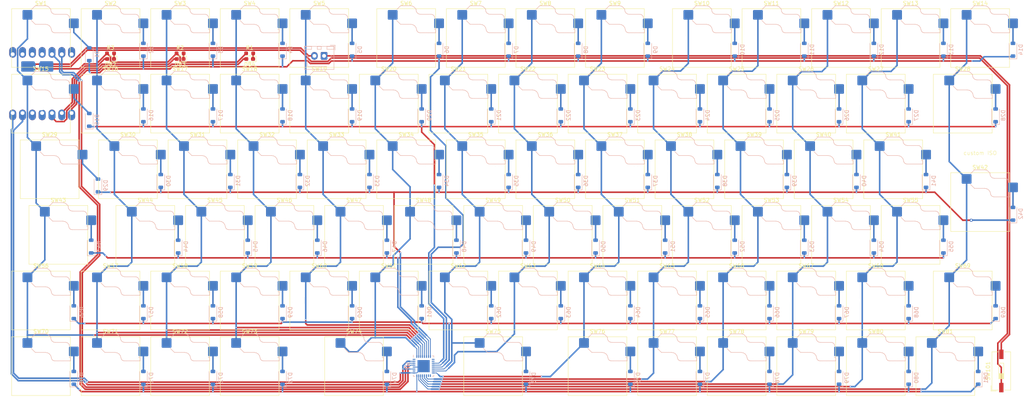
<source format=kicad_pcb>
(kicad_pcb (version 20240108) (generator "pcbnew") (generator_version "8.0")
  (layers (0 "F.Cu" signal) (31 "B.Cu" signal) (34 "B.Paste" user) (35 "F.Paste" user) (36 "B.SilkS" user "B.Silkscreen") (37 "F.SilkS" user "F.Silkscreen") (38 "B.Mask" user) (39 "F.Mask" user) (44 "Edge.Cuts" user))
  (net 0 "")
  (net 1 "Net-(D1-A)")
  (net 2 "/ROW0")
  (net 3 "Net-(D2-A)")
  (net 4 "Net-(D3-A)")
  (net 5 "Net-(D4-A)")
  (net 6 "Net-(D5-A)")
  (net 7 "Net-(D6-A)")
  (net 8 "Net-(D7-A)")
  (net 9 "Net-(D8-A)")
  (net 10 "Net-(D9-A)")
  (net 11 "Net-(D10-A)")
  (net 12 "Net-(D11-A)")
  (net 13 "Net-(D12-A)")
  (net 14 "Net-(D13-A)")
  (net 15 "Net-(D14-A)")
  (net 16 "Net-(D15-A)")
  (net 17 "/ROW1")
  (net 18 "Net-(D16-A)")
  (net 19 "Net-(D17-A)")
  (net 20 "Net-(D18-A)")
  (net 21 "Net-(D19-A)")
  (net 22 "Net-(D20-A)")
  (net 23 "Net-(D21-A)")
  (net 24 "Net-(D22-A)")
  (net 25 "Net-(D23-A)")
  (net 26 "Net-(D24-A)")
  (net 27 "Net-(D25-A)")
  (net 28 "Net-(D26-A)")
  (net 29 "Net-(D27-A)")
  (net 30 "Net-(D28-A)")
  (net 31 "Net-(D29-A)")
  (net 32 "/ROW2")
  (net 33 "Net-(D30-A)")
  (net 34 "Net-(D31-A)")
  (net 35 "Net-(D32-A)")
  (net 36 "Net-(D33-A)")
  (net 37 "Net-(D34-A)")
  (net 38 "Net-(D35-A)")
  (net 39 "Net-(D36-A)")
  (net 40 "Net-(D37-A)")
  (net 41 "Net-(D38-A)")
  (net 42 "Net-(D39-A)")
  (net 43 "Net-(D40-A)")
  (net 44 "Net-(D41-A)")
  (net 45 "Net-(D42-A)")
  (net 46 "/ROW3")
  (net 47 "Net-(D43-A)")
  (net 48 "Net-(D44-A)")
  (net 49 "Net-(D45-A)")
  (net 50 "Net-(D46-A)")
  (net 51 "Net-(D47-A)")
  (net 52 "Net-(D48-A)")
  (net 53 "Net-(D49-A)")
  (net 54 "Net-(D50-A)")
  (net 55 "Net-(D51-A)")
  (net 56 "Net-(D52-A)")
  (net 57 "Net-(D53-A)")
  (net 58 "Net-(D54-A)")
  (net 59 "Net-(D55-A)")
  (net 60 "/ROW4")
  (net 61 "Net-(D56-A)")
  (net 62 "Net-(D57-A)")
  (net 63 "Net-(D58-A)")
  (net 64 "Net-(D59-A)")
  (net 65 "Net-(D60-A)")
  (net 66 "Net-(D61-A)")
  (net 67 "Net-(D62-A)")
  (net 68 "Net-(D63-A)")
  (net 69 "Net-(D64-A)")
  (net 70 "Net-(D65-A)")
  (net 71 "Net-(D66-A)")
  (net 72 "Net-(D67-A)")
  (net 73 "Net-(D68-A)")
  (net 74 "Net-(D69-A)")
  (net 75 "Net-(D70-A)")
  (net 76 "/ROW5")
  (net 77 "Net-(D71-A)")
  (net 78 "Net-(D72-A)")
  (net 79 "Net-(D73-A)")
  (net 80 "Net-(D74-A)")
  (net 81 "Net-(D75-A)")
  (net 82 "Net-(D76-A)")
  (net 83 "Net-(D77-A)")
  (net 84 "Net-(D78-A)")
  (net 85 "Net-(D79-A)")
  (net 86 "Net-(D80-A)")
  (net 87 "/COL00")
  (net 88 "/COL01")
  (net 89 "/COL02")
  (net 90 "/COL03")
  (net 91 "/COL04")
  (net 92 "/COL05")
  (net 93 "/COL06")
  (net 94 "/COL07")
  (net 95 "/COL08")
  (net 96 "/COL09")
  (net 97 "/COL10")
  (net 98 "/COL11")
  (net 99 "/COL12")
  (net 100 "/COL13")
  (net 101 "Net-(D81-A)")
  (net 109 "Net-(D82-K)")
  (net 110 "/LED0")
  (net 111 "/VCC")
  (net 112 "/GND")
  (net 113 "/SCL")
  (net 114 "/SDA")
  (net 121 "/LED1")
  (net 122 "Net-(D83-K)")
  (net 123 "/LED2")
  (net 124 "Net-(D84-K)")
  (net 125 "/BAT+")
  (net 126 "/BATSW")
  (footprint "PCM_Switch_Keyboard_Hotswap_Kailh:SW_Hotswap_Kailh_Choc_V1_1.00u" (layer "F.Cu") (at 126.6 84.1)
    (property "Reference" "SW48")
    (property "Value" "SW_Push")
  )
  (footprint "PCM_Switch_Keyboard_Hotswap_Kailh:SW_Hotswap_Kailh_Choc_V1_1.00u" (layer "F.Cu") (at 108.6 84.1)
    (property "Reference" "SW47")
    (property "Value" "SW_Push")
  )
  (footprint "PCM_Switch_Keyboard_Hotswap_Kailh:SW_Hotswap_Kailh_Choc_V1_1.00u" (layer "F.Cu") (at 248.1 67.1)
    (property "Reference" "SW41")
    (property "Value" "SW_Push")
  )
  (footprint "Resistor_SMD:R_0603_1608Metric_Pad0.98x0.95mm_HandSolder" (layer "F.Cu") (at 45.6 37.07)
    (property "Reference" "R3")
    (property "Value" "R")
  )
  (footprint "PCM_Switch_Keyboard_Hotswap_Kailh:SW_Hotswap_Kailh_Choc_V1_1.00u" (layer "F.Cu") (at 158.1 67.1)
    (property "Reference" "SW36")
    (property "Value" "SW_Push")
  )
  (footprint "PCM_Switch_Keyboard_Hotswap_Kailh:SW_Hotswap_Kailh_Choc_V1_1.00u" (layer "F.Cu") (at 90.6 84.1)
    (property "Reference" "SW46")
    (property "Value" "SW_Push")
  )
  (footprint "PCM_Switch_Keyboard_Hotswap_Kailh:SW_Hotswap_Kailh_Choc_V1_1.00u" (layer "F.Cu") (at 54.6 84.1)
    (property "Reference" "SW44")
    (property "Value" "SW_Push")
  )
  (footprint "Resistor_SMD:R_0603_1608Metric_Pad0.98x0.95mm_HandSolder" (layer "F.Cu") (at 63.6 37.07)
    (property "Reference" "R2")
    (property "Value" "R")
  )
  (footprint "LED_SMD:LED_0603_1608Metric_Pad1.05x0.95mm_HandSolder" (layer "F.Cu") (at 45.6 38.53 180)
    (property "Reference" "D82")
    (property "Value" "LED")
  )
  (footprint "PCM_Switch_Keyboard_Hotswap_Kailh:SW_Hotswap_Kailh_Choc_V1_1.00u" (layer "F.Cu") (at 63.6 101.1)
    (property "Reference" "SW58")
    (property "Value" "SW_Push")
  )
  (footprint "PCM_Switch_Keyboard_Hotswap_Kailh:SW_Hotswap_Kailh_Choc_V1_1.00u" (layer "F.Cu") (at 99.6 50.1)
    (property "Reference" "SW19")
    (property "Value" "SW_Push")
  )
  (footprint "PCM_Switch_Keyboard_Hotswap_Kailh:SW_Hotswap_Kailh_Choc_V1_1.00u" (layer "F.Cu") (at 63.6 118.1)
    (property "Reference" "SW72")
    (property "Value" "SW_Push")
  )
  (footprint "PCM_Switch_Keyboard_Hotswap_Kailh:SW_Hotswap_Kailh_Choc_V1_1.00u" (layer "F.Cu") (at 216.6 84.1)
    (property "Reference" "SW53")
    (property "Value" "SW_Push")
  )
  (footprint "Resistor_SMD:R_0603_1608Metric_Pad0.98x0.95mm_HandSolder" (layer "F.Cu") (at 81.6 37.07)
    (property "Reference" "R1")
    (property "Value" "R")
  )
  (footprint "PCM_Switch_Keyboard_Hotswap_Kailh:SW_Hotswap_Kailh_Choc_V1_1.00u" (layer "F.Cu") (at 140.1 33.1)
    (property "Reference" "SW7")
    (property "Value" "SW_Push")
  )
  (footprint "PCM_Switch_Keyboard_Hotswap_Kailh:SW_Hotswap_Kailh_Choc_V1_1.00u" (layer "F.Cu") (at 135.6 50.1)
    (property "Reference" "SW21")
    (property "Value" "SW_Push")
  )
  (footprint "PCM_Switch_Keyboard_Hotswap_Kailh:SW_Hotswap_Kailh_Choc_V1_1.00u" (layer "F.Cu") (at 153.6 50.1)
    (property "Reference" "SW22")
    (property "Value" "SW_Push")
  )
  (footprint "PCM_Switch_Keyboard_Hotswap_Kailh:SW_Hotswap_Kailh_Choc_V1_1.00u" (layer "F.Cu") (at 189.6 101.1)
    (property "Reference" "SW65")
    (property "Value" "SW_Push")
  )
  (footprint "PCM_Switch_Keyboard_Hotswap_Kailh:SW_Hotswap_Kailh_Choc_V1_1.50u" (layer "F.Cu") (at 266.1 101.1)
    (property "Reference" "SW69")
    (property "Value" "SW_Push")
  )
  (footprint "PCM_Switch_Keyboard_Hotswap_Kailh:SW_Hotswap_Kailh_Choc_V1_1.00u" (layer "F.Cu") (at 99.6 33.1)
    (property "Reference" "SW5")
    (property "Value" "SW_Push")
  )
  (footprint "PCM_Switch_Keyboard_Hotswap_Kailh:SW_Hotswap_Kailh_Choc_V1_1.00u" (layer "F.Cu") (at 45.6 50.1)
    (property "Reference" "SW16")
    (property "Value" "SW_Push")
  )
  (footprint "PCM_Switch_Keyboard_Hotswap_Kailh:SW_Hotswap_Kailh_Choc_V1_1.00u" (layer "F.Cu") (at 45.6 118.1)
    (property "Reference" "SW71")
    (property "Value" "SW_Push")
  )
  (footprint "PCM_Switch_Keyboard_Hotswap_Kailh:SW_Hotswap_Kailh_Choc_V1_1.00u" (layer "F.Cu") (at 171.6 118.1)
    (property "Reference" "SW76")
    (property "Value" "SW_Push")
  )
  (footprint "PCM_Switch_Keyboard_Hotswap_Kailh:SW_Hotswap_Kailh_Choc_V1_1.00u" (layer "F.Cu") (at 50.1 67.1)
    (property "Reference" "SW30")
    (property "Value" "SW_Push")
  )
  (footprint "PCM_Switch_Keyboard_Hotswap_Kailh:SW_Hotswap_Kailh_Choc_V1_1.00u" (layer "F.Cu") (at 252.6 84.1)
    (property "Reference" "SW55")
    (property "Value" "SW_Push")
  )
  (footprint "PCM_Switch_Keyboard_Hotswap_Kailh:SW_Hotswap_Kailh_Choc_V1_1.00u" (layer "F.Cu") (at 171.6 101.1)
    (property "Reference" "SW64")
    (property "Value" "SW_Push")
  )
  (footprint "PCM_Switch_Keyboard_Hotswap_Kailh:SW_Hotswap_Kailh_Choc_V1_1.00u" (layer "F.Cu") (at 198.6 84.1)
    (property "Reference" "SW52")
    (property "Value" "SW_Push")
  )
  (footprint "PCM_Switch_Keyboard_Hotswap_Kailh:SW_Hotswap_Kailh_Choc_V1_2.00u" (layer "F.Cu") (at 108.6 118.1)
    (property "Reference" "SW74")
    (property "Value" "SW_Push")
  )
  (footprint "PCM_Switch_Keyboard_Hotswap_Kailh:SW_Hotswap_Kailh_Choc_V1_1.00u" (layer "F.Cu") (at 153.6 101.1)
    (property "Reference" "SW63")
    (property "Value" "SW_Push")
  )
  (footprint "PCM_Switch_Keyboard_Hotswap_Kailh:SW_Hotswap_Kailh_Choc_V1_1.00u" (layer "F.Cu") (at 252.6 33.1)
    (property "Reference" "SW13")
    (property "Value" "SW_Push")
  )
  (footprint "LED_SMD:LED_0603_1608Metric_Pad1.05x0.95mm_HandSolder" (layer "F.Cu") (at 63.6 38.53 180)
    (property "Reference" "D83")
    (property "Value" "LED")
  )
  (footprint "PCM_Switch_Keyboard_Hotswap_Kailh:SW_Hotswap_Kailh_Choc_V1_1.00u" (layer "F.Cu") (at 81.6 33.1)
    (property "Reference" "SW4")
    (property "Value" "SW_Push")
  )
  (footprint "PCM_Switch_Keyboard_Hotswap_Kailh:SW_Hotswap_Kailh_Choc_V1_1.00u" (layer "F.Cu") (at 81.6 101.1)
    (property "Reference" "SW59")
    (property "Value" "SW_Push")
  )
  (footprint "PCM_Switch_Keyboard_Hotswap_Kailh:SW_Hotswap_Kailh_Choc_V1_1.00u" (layer "F.Cu") (at 216.6 33.1)
    (property "Reference" "SW11")
    (property "Value" "SW_Push")
  )
  (footprint "PCM_Switch_Keyboard_Hotswap_Kailh:SW_Hotswap_Kailh_Choc_V1_1.00u" (layer "F.Cu") (at 207.6 101.1)
    (property "Reference" "SW66")
    (property "Value" "SW_Push")
  )
  (footprint "PCM_Switch_Keyboard_Hotswap_Kailh:SW_Hotswap_Kailh_Choc_V1_1.00u" (layer "F.Cu") (at 194.1 67.1)
    (property "Reference" "SW38")
    (property "Value" "SW_Push")
  )
  (footprint "PCM_Switch_Keyboard_Hotswap_Kailh:SW_Hotswap_Kailh_Choc_V1_1.00u" (layer "F.Cu") (at 117.6 101.1)
    (property "Reference" "SW61")
    (property "Value" "SW_Push")
  )
  (footprint "PCM_Switch_Keyboard_Hotswap_Kailh:SW_Hotswap_Kailh_Choc_V1_1.00u" (layer "F.Cu") (at 171.6 50.1)
    (property "Reference" "SW23")
    (property "Value" "SW_Push")
  )
  (footprint "PCM_Switch_Keyboard_Hotswap_Kailh:SW_Hotswap_Kailh_Choc_V1_1.00u" (layer "F.Cu") (at 234.6 33.1)
    (property "Reference" "SW12")
    (property "Value" "SW_Push")
  )
  (footprint "PCM_Switch_Keyboard_Hotswap_Kailh:SW_Hotswap_Kailh_Choc_V1_1.00u" (layer "F.Cu") (at 176.1 67.1)
    (property "Reference" "SW37")
    (property "Value" "SW_Push")
  )
  (footprint "PCM_Switch_Keyboard_Hotswap_Kailh:SW_Hotswap_Kailh_Choc_V1_1.00u" (layer "F.Cu") (at 176.1 33.1)
    (property "Reference" "SW9")
    (property "Value" "SW_Push")
  )
  (footprint "PCM_Switch_Keyboard_Hotswap_Kailh:SW_Hotswap_Kailh_Choc_V1_1.00u" (layer "F.Cu") (at 189.6 50.1)
    (property "Reference" "SW24")
    (property "Value" "SW_Push")
  )
  (footprint "PCM_Switch_Keyboard_Hotswap_Kailh:SW_Hotswap_Kailh_Choc_V1_1.00u" (layer "F.Cu") (at 243.6 50.1)
    (property "Reference" "SW27")
    (property "Value" "SW_Push")
  )
  (footprint "PCM_Switch_Keyboard_Hotswap_Kailh:SW_Hotswap_Kailh_Choc_V1_1.50u" (layer "F.Cu") (at 266.1 50.1)
    (property "Reference" "SW28")
    (property "Value" "SW_Push")
  )
  (footprint "PCM_Switch_Keyboard_Hotswap_Kailh:SW_Hotswap_Kailh_Choc_V1_1.00u" (layer "F.Cu") (at 140.1 67.1)
    (property "Reference" "SW35")
    (property "Value" "SW_Push")
  )
  (footprint "PCM_Switch_Keyboard_Hotswap_Kailh:SW_Hotswap_Kailh_Choc_V1_1.00u" (layer "F.Cu") (at 99.6 101.1)
    (property "Reference" "SW60")
    (property "Value" "SW_Push")
  )
  (footprint "PCM_Switch_Keyboard_Hotswap_Kailh:SW_Hotswap_Kailh_Choc_V1_1.50u" (layer "F.Cu") (at 32.1 84.1)
    (property "Reference" "SW43")
    (property "Value" "SW_Push")
  )
  (footprint "PCM_Switch_Keyboard_Hotswap_Kailh:SW_Hotswap_Kailh_Choc_V1_1.00u" (layer "F.Cu") (at 27.6 118.1)
    (property "Reference" "SW70")
    (property "Value" "SW_Push")
  )
  (footprint "PCM_Switch_Keyboard_Hotswap_Kailh:SW_Hotswap_Kailh_Choc_V1_1.00u" (layer "F.Cu") (at 81.6 118.1)
    (property "Reference" "SW73")
    (property "Value" "SW_Push")
  )
  (footprint "PCM_Switch_Keyboard_Hotswap_Kailh:SW_Hotswap_Kailh_Choc_V1_1.00u" (layer "F.Cu") (at 68.1 67.1)
    (property "Reference" "SW31")
    (property "Value" "SW_Push")
  )
  (footprint "PCM_Switch_Keyboard_Hotswap_Kailh:SW_Hotswap_Kailh_Choc_V1_ISOEnter" (layer "F.Cu") (at 270.6 75.6)
    (property "Reference" "SW42")
    (property "Value" "SW_Push")
  )
  (footprint "PCM_Switch_Keyboard_Hotswap_Kailh:SW_Hotswap_Kailh_Choc_V1_1.00u" (layer "F.Cu") (at 243.6 101.1)
    (property "Reference" "SW68")
    (property "Value" "SW_Push")
  )
  (footprint "PCM_Switch_Keyboard_Hotswap_Kailh:SW_Hotswap_Kailh_Choc_V1_1.00u" (layer "F.Cu") (at 122.1 33.1)
    (property "Reference" "SW6")
    (property "Value" "SW_Push")
  )
  (footprint "PCM_Switch_Keyboard_Hotswap_Kailh:SW_Hotswap_Kailh_Choc_V1_1.00u" (layer "F.Cu") (at 230.1 67.1)
    (property "Reference" "SW40")
    (property "Value" "SW_Push")
  )
  (footprint "PCM_Switch_Keyboard_Hotswap_Kailh:SW_Hotswap_Kailh_Choc_V1_1.00u" (layer "F.Cu") (at 81.6 50.1)
    (property "Reference" "SW18")
    (property "Value" "SW_Push")
  )
  (footprint "PCM_Switch_Keyboard_Hotswap_Kailh:SW_Hotswap_Kailh_Choc_V1_1.00u" (layer "F.Cu") (at 135.6 101.1)
    (property "Reference" "SW62")
    (property "Value" "SW_Push")
  )
  (footprint "PCM_Switch_Keyboard_Hotswap_Kailh:SW_Hotswap_Kailh_Choc_V1_1.00u" (layer "F.Cu") (at 117.6 50.1)
    (property "Reference" "SW20")
    (property "Value" "SW_Push")
  )
  (footprint "Button_Switch_SMD:SW_DIP_SPSTx01_Slide_9.78x4.72mm_W8.61mm_P2.54mm" (layer "F.Cu") (at 276.08 119.356 90)
    (property "Reference" "SW101")
    (property "Value" "SW_SPST")
  )
  (footprint "PCM_Switch_Keyboard_Hotswap_Kailh:SW_Hotswap_Kailh_Choc_V1_1.00u" (layer "F.Cu") (at 27.6 33.1)
    (property "Reference" "SW1")
    (property "Value" "SW_Push")
  )
  (footprint "PCM_Switch_Keyboard_Hotswap_Kailh:SW_Hotswap_Kailh_Choc_V1_1.00u" (layer "F.Cu") (at 261.6 118.1)
    (property "Reference" "SW81")
    (property "Value" "SW_Push")
  )
  (footprint "PCM_Switch_Keyboard_Hotswap_Kailh:SW_Hotswap_Kailh_Choc_V1_1.00u" (layer "F.Cu") (at 27.6 101.1)
    (property "Reference" "SW56")
    (property "Value" "SW_Push")
  )
  (footprint "PCM_Switch_Keyboard_Hotswap_Kailh:SW_Hotswap_Kailh_Choc_V1_1.00u" (layer "F.Cu") (at 225.6 50.1)
    (property "Reference" "SW26")
    (property "Value" "SW_Push")
  )
  (footprint "PCM_Switch_Keyboard_Hotswap_Kailh:SW_Hotswap_Kailh_Choc_V1_1.00u" (layer "F.Cu") (at 180.6 84.1)
    (property "Reference" "SW51")
    (property "Value" "SW_Push")
  )
  (footprint "PCM_Switch_Keyboard_Hotswap_Kailh:SW_Hotswap_Kailh_Choc_V1_1.00u" (layer "F.Cu") (at 86.1 67.1)
    (property "Reference" "SW32")
    (property "Value" "SW_Push")
  )
  (footprint "PCM_Switch_Keyboard_Hotswap_Kailh:SW_Hotswap_Kailh_Choc_V1_1.00u" (layer "F.Cu") (at 63.6 50.1)
    (property "Reference" "SW17")
    (property "Value" "SW_Push")
  )
  (footprint "PCM_Switch_Keyboard_Hotswap_Kailh:SW_Hotswap_Kailh_Choc_V1_1.00u" (layer "F.Cu") (at 212.1 67.1)
    (property "Reference" "SW39")
    (property "Value" "SW_Push")
  )
  (footprint "PCM_Switch_Keyboard_Hotswap_Kailh:SW_Hotswap_Kailh_Choc_V1_1.00u" (layer "F.Cu") (at 243.6 118.1)
    (property "Reference" "SW80")
    (property "Value" "SW_Push")
  )
  (footprint "PCM_Switch_Keyboard_Hotswap_Kailh:SW_Hotswap_Kailh_Choc_V1_1.00u" (layer "F.Cu") (at 45.6 101.1)
    (property "Reference" "SW57")
    (property "Value" "SW_Push")
  )
  (footprint "PCM_Switch_Keyboard_Hotswap_Kailh:SW_Hotswap_Kailh_Choc_V1_1.00u" (layer "F.Cu") (at 198.6 33.1)
    (property "Reference" "SW10")
    (property "Value" "SW_Push")
  )
  (footprint "PCM_Switch_Keyboard_Hotswap_Kailh:SW_Hotswap_Kailh_Choc_V1_1.00u" (layer "F.Cu") (at 225.6 101.1)
    (property "Reference" "SW67")
    (property "Value" "SW_Push")
  )
  (footprint "PCM_Switch_Keyboard_Hotswap_Kailh:SW_Hotswap_Kailh_Choc_V1_1.00u" (layer "F.Cu") (at 234.6 84.1)
    (property "Reference" "SW54")
    (property "Value" "SW_Push")
  )
  (footprint "PCM_Switch_Keyboard_Hotswap_Kailh:SW_Hotswap_Kailh_Choc_V1_2.00u" (layer "F.Cu") (at 144.6 118.1)
    (property "Reference" "SW75")
    (property "Value" "SW_Push")
  )
  (footprint "PCM_Switch_Keyboard_Hotswap_Kailh:SW_Hotswap_Kailh_Choc_V1_1.00u" (layer "F.Cu") (at 189.6 118.1)
    (property "Reference" "SW77")
    (property "Value" "SW_Push")
  )
  (footprint "PCM_Switch_Keyboard_Hotswap_Kailh:SW_Hotswap_Kailh_Choc_V1_1.00u" (layer "F.Cu") (at 158.1 33.1)
    (property "Reference" "SW8")
    (property "Value" "SW_Push")
  )
  (footprint "PCM_Switch_Keyboard_Hotswap_Kailh:SW_Hotswap_Kailh_Choc_V1_1.00u" (layer "F.Cu") (at 270.6 33.1)
    (property "Reference" "SW14")
    (property "Value" "SW_Push")
  )
  (footprint "PCM_Switch_Keyboard_Hotswap_Kailh:SW_Hotswap_Kailh_Choc_V1_1.00u" (layer "F.Cu") (at 104.1 67.1)
    (property "Reference" "SW33")
    (property "Value" "SW_Push")
  )
  (footprint "PCM_Switch_Keyboard_Hotswap_Kailh:SW_Hotswap_Kailh_Choc_V1_1.00u" (layer "F.Cu") (at 122.1 67.1)
    (property "Reference" "SW34")
    (property "Value" "SW_Push")
  )
  (footprint "PCM_Switch_Keyboard_Hotswap_Kailh:SW_Hotswap_Kailh_Choc_V1_1.25u" (layer "F.Cu") (at 29.85 67.1)
    (property "Reference" "SW29")
    (property "Value" "SW_Push")
  )
  (footprint "PCM_Switch_Keyboard_Hotswap_Kailh:SW_Hotswap_Kailh_Choc_V1_1.00u" (layer "F.Cu") (at 207.6 50.1)
    (property "Reference" "SW25")
    (property "Value" "SW_Push")
  )
  (footprint "PCM_Switch_Keyboard_Hotswap_Kailh:SW_Hotswap_Kailh_Choc_V1_1.00u" (layer "F.Cu") (at 225.6 118.1)
    (property "Reference" "SW79")
    (property "Value" "SW_Push")
  )
  (footprint "PCM_Switch_Keyboard_Hotswap_Kailh:SW_Hotswap_Kailh_Choc_V1_1.00u" (layer "F.Cu") (at 207.6 118.1)
    (property "Reference" "SW78")
    (property "Value" "SW_Push")
  )
  (footprint "PCM_Switch_Keyboard_Hotswap_Kailh:SW_Hotswap_Kailh_Choc_V1_1.00u" (layer "F.Cu") (at 162.6 84.1)
    (property "Reference" "SW50")
    (property "Value" "SW_Push")
  )
  (footprint "PCM_Switch_Keyboard_Hotswap_Kailh:SW_Hotswap_Kailh_Choc_V1_1.00u" (layer "F.Cu") (at 144.6 84.1)
    (property "Reference" "SW49")
    (property "Value" "SW_Push")
  )
  (footprint "LED_SMD:LED_0603_1608Metric_Pad1.05x0.95mm_HandSolder" (layer "F.Cu") (at 81.6 38.53 180)
    (property "Reference" "D84")
    (property "Value" "LED")
  )
  (footprint "PCM_Switch_Keyboard_Hotswap_Kailh:SW_Hotswap_Kailh_Choc_V1_1.00u" (layer "F.Cu") (at 45.6 33.1)
    (property "Reference" "SW2")
    (property "Value" "SW_Push")
  )
  (footprint "PCM_Switch_Keyboard_Hotswap_Kailh:SW_Hotswap_Kailh_Choc_V1_1.00u" (layer "F.Cu") (at 27.6 50.1)
    (property "Reference" "SW15")
    (property "Value" "SW_Push")
  )
  (footprint "PCM_Switch_Keyboard_Hotswap_Kailh:SW_Hotswap_Kailh_Choc_V1_1.00u" (layer "F.Cu") (at 72.6 84.1)
    (property "Reference" "SW45")
    (property "Value" "SW_Push")
  )
  (footprint "PCM_Switch_Keyboard_Hotswap_Kailh:SW_Hotswap_Kailh_Choc_V1_1.00u" (layer "F.Cu") (at 63.6 33.1)
    (property "Reference" "SW3")
    (property "Value" "SW_Push")
  )
  (footprint "Library:QFN-32_EP_5x5_Pitch0.5mm" (layer "B.Cu") (at 126.6 118.1 -90)
    (property "Reference" "U2")
    (property "Value" "~")
  )
  (footprint "Diode_SMD:D_SOD-123" (layer "B.Cu") (at 99.1 87.13 90)
    (property "Reference" "D46")
    (property "Value" "D")
  )
  (footprint "Diode_SMD:D_SOD-123" (layer "B.Cu") (at 184.6 70.13 90)
    (property "Reference" "D37")
    (property "Value" "D")
  )
  (footprint "Diode_SMD:D_SOD-123" (layer "B.Cu") (at 72.1 104.13 90)
    (property "Reference" "D58")
    (property "Value" "D")
  )
  (footprint "Diode_SMD:D_SOD-123" (layer "B.Cu") (at 225.1 36.13 90)
    (property "Reference" "D11")
    (property "Value" "D")
  )
  (footprint "Diode_SMD:D_SOD-123" (layer "B.Cu") (at 72.1 53.13 90)
    (property "Reference" "D17")
    (property "Value" "D")
  )
  (footprint "Diode_SMD:D_SOD-123" (layer "B.Cu") (at 117.1 121.13 90)
    (property "Reference" "D74")
    (property "Value" "D")
  )
  (footprint "Diode_SMD:D_SOD-123" (layer "B.Cu") (at 126.1 104.13 90)
    (property "Reference" "D61")
    (property "Value" "D")
  )
  (footprint "Diode_SMD:D_SOD-123" (layer "B.Cu") (at 216.1 104.13 90)
    (property "Reference" "D66")
    (property "Value" "D")
  )
  (footprint "Diode_SMD:D_SOD-123" (layer "B.Cu") (at 252.1 53.13 90)
    (property "Reference" "D27")
    (property "Value" "D")
  )
  (footprint "Diode_SMD:D_SOD-123" (layer "B.Cu") (at 90.1 104.13 90)
    (property "Reference" "D59")
    (property "Value" "D")
  )
  (footprint "Diode_SMD:D_SOD-123" (layer "B.Cu") (at 198.1 104.13 90)
    (property "Reference" "D65")
    (property "Value" "D")
  )
  (footprint "Diode_SMD:D_SOD-123" (layer "B.Cu") (at 166.6 36.13 90)
    (property "Reference" "D8")
    (property "Value" "D")
  )
  (footprint "Diode_SMD:D_SOD-123" (layer "B.Cu") (at 216.1 121.13 90)
    (property "Reference" "D78")
    (property "Value" "D")
  )
  (footprint "Diode_SMD:D_SOD-123" (layer "B.Cu") (at 90.1 53.13 90)
    (property "Reference" "D18")
    (property "Value" "D")
  )
  (footprint "Diode_SMD:D_SOD-123" (layer "B.Cu") (at 171.1 87.13 90)
    (property "Reference" "D50")
    (property "Value" "D")
  )
  (footprint "Diode_SMD:D_SOD-123" (layer "B.Cu") (at 40.1 37.3 90)
    (property "Reference" "D1")
    (property "Value" "D")
  )
  (footprint "Diode_SMD:D_SOD-123" (layer "B.Cu") (at 117.1 87.13 90)
    (property "Reference" "D47")
    (property "Value" "D")
  )
  (footprint "Diode_SMD:D_SOD-123" (layer "B.Cu") (at 184.6 36.13 90)
    (property "Reference" "D9")
    (property "Value" "D")
  )
  (footprint "Diode_SMD:D_SOD-123" (layer "B.Cu") (at 58.6 70.13 90)
    (property "Reference" "D30")
    (property "Value" "D")
  )
  (footprint "Diode_SMD:D_SOD-123" (layer "B.Cu") (at 243.1 87.13 90)
    (property "Reference" "D54")
    (property "Value" "D")
  )
  (footprint "Connector_JST:JST_XH_B2B-XH-AM_1x02_P2.50mm_Vertical" (layer "B.Cu") (at 100.85 37.725 180)
    (property "Reference" "J1")
    (property "Value" "Conn_01x02_Socket")
  )
  (footprint "Diode_SMD:D_SOD-123" (layer "B.Cu") (at 90.1 36.13 90)
    (property "Reference" "D4")
    (property "Value" "D")
  )
  (footprint "Diode_SMD:D_SOD-123" (layer "B.Cu") (at 202.6 70.13 90)
    (property "Reference" "D38")
    (property "Value" "D")
  )
  (footprint "Diode_SMD:D_SOD-123" (layer "B.Cu") (at 189.1 87.13 90)
    (property "Reference" "D51")
    (property "Value" "D")
  )
  (footprint "Diode_SMD:D_SOD-123" (layer "B.Cu") (at 256.6 70.13 90)
    (property "Reference" "D41")
    (property "Value" "D")
  )
  (footprint "Diode_SMD:D_SOD-123" (layer "B.Cu") (at 166.6 70.13 90)
    (property "Reference" "D36")
    (property "Value" "D")
  )
  (footprint "Diode_SMD:D_SOD-123" (layer "B.Cu") (at 36.1 104.13 90)
    (property "Reference" "D56")
    (property "Value" "D")
  )
  (footprint "Diode_SMD:D_SOD-123" (layer "B.Cu") (at 54.1 104.13 90)
    (property "Reference" "D57")
    (property "Value" "D")
  )
  (footprint "Diode_SMD:D_SOD-123" (layer "B.Cu") (at 72.1 121.13 90)
    (property "Reference" "D72")
    (property "Value" "D")
  )
  (footprint "Diode_SMD:D_SOD-123" (layer "B.Cu") (at 148.6 70.13 90)
    (property "Reference" "D35")
    (property "Value" "D")
  )
  (footprint "Diode_SMD:D_SOD-123" (layer "B.Cu") (at 220.6 70.13 90)
    (property "Reference" "D39")
    (property "Value" "D")
  )
  (footprint "Diode_SMD:D_SOD-123" (layer "B.Cu") (at 180.1 104.13 90)
    (property "Reference" "D64")
    (property "Value" "D")
  )
  (footprint "Diode_SMD:D_SOD-123" (layer "B.Cu") (at 81.1 87.13 90)
    (property "Reference" "D45")
    (property "Value" "D")
  )
  (footprint "Diode_SMD:D_SOD-123" (layer "B.Cu") (at 274.6 104.13 90)
    (property "Reference" "D69")
    (property "Value" "D")
  )
  (footprint "Diode_SMD:D_SOD-123" (layer "B.Cu") (at 144.1 104.13 90)
    (property "Reference" "D62")
    (property "Value" "D")
  )
  (footprint "Diode_SMD:D_SOD-123" (layer "B.Cu") (at 252.1 121.13 90)
    (property "Reference" "D80")
    (property "Value" "D")
  )
  (footprint "Diode_SMD:D_SOD-123" (layer "B.Cu") (at 90.1 121.13 90)
    (property "Reference" "D73")
    (property "Value" "D")
  )
  (footprint "Diode_SMD:D_SOD-123" (layer "B.Cu") (at 234.1 53.13 90)
    (property "Reference" "D26")
    (property "Value" "D")
  )
  (footprint "Diode_SMD:D_SOD-123" (layer "B.Cu") (at 42.35 71.3 90)
    (property "Reference" "D29")
    (property "Value" "D")
  )
  (footprint "Diode_SMD:D_SOD-123" (layer "B.Cu") (at 279.1 36.13 90)
    (property "Reference" "D14")
    (property "Value" "D")
  )
  (footprint "Diode_SMD:D_SOD-123" (layer "B.Cu") (at 234.1 121.13 90)
    (property "Reference" "D79")
    (property "Value" "D")
  )
  (footprint "Diode_SMD:D_SOD-123" (layer "B.Cu") (at 180.1 53.13 90)
    (property "Reference" "D23")
    (property "Value" "D")
  )
  (footprint "Diode_SMD:D_SOD-123" (layer "B.Cu") (at 126.1 53.13 90)
    (property "Reference" "D20")
    (property "Value" "D")
  )
  (footprint "Diode_SMD:D_SOD-123" (layer "B.Cu") (at 54.1 53.13 90)
    (property "Reference" "D16")
    (property "Value" "D")
  )
  (footprint "Diode_SMD:D_SOD-123" (layer "B.Cu") (at 279.1 78.63 90)
    (property "Reference" "D42")
    (property "Value" "D")
  )
  (footprint "Diode_SMD:D_SOD-123" (layer "B.Cu") (at 112.6 70.13 90)
    (property "Reference" "D33")
    (property "Value" "D")
  )
  (footprint "Diode_SMD:D_SOD-123" (layer "B.Cu") (at 40.6 87.13 90)
    (property "Reference" "D43")
    (property "Value" "D")
  )
  (footprint "Diode_SMD:D_SOD-123" (layer "B.Cu") (at 234.1 104.13 90)
    (property "Reference" "D67")
    (property "Value" "D")
  )
  (footprint "Diode_SMD:D_SOD-123" (layer "B.Cu") (at 76.6 70.13 90)
    (property "Reference" "D31")
    (property "Value" "D")
  )
  (footprint "Library:xiao-ble-smd-cutout" (layer "B.Cu") (at 27.91 44.92 -90)
    (property "Reference" "U1" (hide yes))
    (property "Value" "xiao-ble" (hide yes))
  )
  (footprint "Diode_SMD:D_SOD-123" (layer "B.Cu") (at 216.1 53.13 90)
    (property "Reference" "D25")
    (property "Value" "D")
  )
  (footprint "Diode_SMD:D_SOD-123" (layer "B.Cu") (at 153.1 121.13 90)
    (property "Reference" "D75")
    (property "Value" "D")
  )
  (footprint "Diode_SMD:D_SOD-123" (layer "B.Cu") (at 72.1 36.13 90)
    (property "Reference" "D3")
    (property "Value" "D")
  )
  (footprint "Diode_SMD:D_SOD-123" (layer "B.Cu") (at 238.6 70.13 90)
    (property "Reference" "D40")
    (property "Value" "D")
  )
  (footprint "Diode_SMD:D_SOD-123" (layer "B.Cu") (at 153.1 87.13 90)
    (property "Reference" "D49")
    (property "Value" "D")
  )
  (footprint "Diode_SMD:D_SOD-123" (layer "B.Cu") (at 40.1 54.3 90)
    (property "Reference" "D15")
    (property "Value" "D")
  )
  (footprint "Diode_SMD:D_SOD-123" (layer "B.Cu") (at 94.6 70.13 90)
    (property "Reference" "D32")
    (property "Value" "D")
  )
  (footprint "Diode_SMD:D_SOD-123" (layer "B.Cu") (at 198.1 121.13 90)
    (property "Reference" "D77")
    (property "Value" "D")
  )
  (footprint "Diode_SMD:D_SOD-123" (layer "B.Cu") (at 135.1 87.13 90)
    (property "Reference" "D48")
    (property "Value" "D")
  )
  (footprint "Diode_SMD:D_SOD-123" (layer "B.Cu") (at 261.1 36.13 90)
    (property "Reference" "D13")
    (property "Value" "D")
  )
  (footprint "Diode_SMD:D_SOD-123" (layer "B.Cu") (at 207.1 36.13 90)
    (property "Reference" "D10")
    (property "Value" "D")
  )
  (footprint "Diode_SMD:D_SOD-123" (layer "B.Cu") (at 270.1 121.13 90)
    (property "Reference" "D81")
    (property "Value" "D")
  )
  (footprint "Diode_SMD:D_SOD-123" (layer "B.Cu") (at 252.1 104.13 90)
    (property "Reference" "D68")
    (property "Value" "D")
  )
  (footprint "Diode_SMD:D_SOD-123" (layer "B.Cu") (at 261.1 87.13 90)
    (property "Reference" "D55")
    (property "Value" "D")
  )
  (footprint "Diode_SMD:D_SOD-123" (layer "B.Cu") (at 225.1 87.13 90)
    (property "Reference" "D53")
    (property "Value" "D")
  )
  (footprint "Diode_SMD:D_SOD-123" (layer "B.Cu") (at 130.6 36.13 90)
    (property "Reference" "D6")
    (property "Value" "D")
  )
  (footprint "Diode_SMD:D_SOD-123" (layer "B.Cu") (at 243.1 36.13 90)
    (property "Reference" "D12")
    (property "Value" "D")
  )
  (footprint "Diode_SMD:D_SOD-123" (layer "B.Cu") (at 108.1 104.13 90)
    (property "Reference" "D60")
    (property "Value" "D")
  )
  (footprint "Diode_SMD:D_SOD-123" (layer "B.Cu") (at 180.1 121.13 90)
    (property "Reference" "D76")
    (property "Value" "D")
  )
  (footprint "Diode_SMD:D_SOD-123" (layer "B.Cu") (at 130.6 70.13 90)
    (property "Reference" "D34")
    (property "Value" "D")
  )
  (footprint "Diode_SMD:D_SOD-123" (layer "B.Cu") (at 198.1 53.13 90)
    (property "Reference" "D24")
    (property "Value" "D")
  )
  (footprint "Diode_SMD:D_SOD-123" (layer "B.Cu") (at 108.1 36.13 90)
    (property "Reference" "D5")
    (property "Value" "D")
  )
  (footprint "Diode_SMD:D_SOD-123" (layer "B.Cu") (at 274.6 53.13 90)
    (property "Reference" "D28")
    (property "Value" "D")
  )
  (footprint "Diode_SMD:D_SOD-123" (layer "B.Cu") (at 54.1 121.13 90)
    (property "Reference" "D71")
    (property "Value" "D")
  )
  (footprint "Diode_SMD:D_SOD-123" (layer "B.Cu") (at 63.1 87.13 90)
    (property "Reference" "D44")
    (property "Value" "D")
  )
  (footprint "Diode_SMD:D_SOD-123" (layer "B.Cu") (at 36.1 121.13 90)
    (property "Reference" "D70")
    (property "Value" "D")
  )
  (footprint "Diode_SMD:D_SOD-123" (layer "B.Cu") (at 162.1 53.13 90)
    (property "Reference" "D22")
    (property "Value" "D")
  )
  (footprint "Diode_SMD:D_SOD-123" (layer "B.Cu") (at 54.1 36.13 90)
    (property "Reference" "D2")
    (property "Value" "D")
  )
  (footprint "Diode_SMD:D_SOD-123" (layer "B.Cu") (at 162.1 104.13 90)
    (property "Reference" "D63")
    (property "Value" "D")
  )
  (footprint "Diode_SMD:D_SOD-123" (layer "B.Cu") (at 144.1 53.13 90)
    (property "Reference" "D21")
    (property "Value" "D")
  )
  (footprint "Diode_SMD:D_SOD-123" (layer "B.Cu") (at 207.1 87.13 90)
    (property "Reference" "D52")
    (property "Value" "D")
  )
  (footprint "Diode_SMD:D_SOD-123" (layer "B.Cu") (at 148.6 36.13 90)
    (property "Reference" "D7")
    (property "Value" "D")
  )
  (footprint "Diode_SMD:D_SOD-123" (layer "B.Cu") (at 108.1 53.13 90)
    (property "Reference" "D19")
    (property "Value" "D")
  )
  (segment (start 40.1 35.65) (end 36.1 31.65) (width 0.4) (layer "B.Cu") (net 1))
  (segment (start 36.1 31.65) (end 36.1 29.3) (width 0.4) (layer "B.Cu") (net 1))
  (segment (start 108.1 39.05) (end 102.727818 39.05) (width 0.4) (layer "F.Cu") (net 2))
  (segment (start 96.589366 39) (end 92.75 39) (width 0.4) (layer "F.Cu") (net 2))
  (segment (start 184.6 39.05) (end 166.6 39.05) (width 0.4) (layer "F.Cu") (net 2))
  (segment (start 108.1 39.05) (end 130.6 39.05) (width 0.4) (layer "F.Cu") (net 2))
  (segment (start 92.75 39) (end 91.2 40.55) (width 0.4) (layer "F.Cu") (net 2))
  (segment (start 261.1 39.05) (end 268.5 39.05) (width 0.4) (layer "F.Cu") (net 2))
  (segment (start 207.1 39.05) (end 184.6 39.05) (width 0.4) (layer "F.Cu") (net 2))
  (segment (start 243.1 39.05) (end 225.1 39.05) (width 0.4) (layer "F.Cu") (net 2))
  (segment (start 61.540954 40.55) (end 60.990954 41.1) (width 0.4) (layer "F.Cu") (net 2))
  (segment (start 102.077818 39.7) (end 97.289366 39.7) (width 0.4) (layer "F.Cu") (net 2))
  (segment (start 40.364674 42.056336) (end 42.812436 42.056336) (width 0.4) (layer "F.Cu") (net 2))
  (segment (start 166.6 39.05) (end 148.6 39.05) (width 0.4) (layer "F.Cu") (net 2))
  (segment (start 97.289366 39.7) (end 96.589366 39) (width 0.4) (layer "F.Cu") (net 2))
  (segment (start 42.812436 42.056336) (end 43.768772 41.1) (width 0.4) (layer "F.Cu") (net 2))
  (segment (start 90.1 40.55) (end 72.1 40.55) (width 0.4) (layer "F.Cu") (net 2))
  (segment (start 43.768772 41.1) (end 54.1 41.1) (width 0.4) (layer "F.Cu") (net 2))
  (segment (start 225.1 39.05) (end 207.1 39.05) (width 0.4) (layer "F.Cu") (net 2))
  (segment (start 102.727818 39.05) (end 102.077818 39.7) (width 0.4) (layer "F.Cu") (net 2))
  (segment (start 261.1 39.05) (end 243.1 39.05) (width 0.4) (layer "F.Cu") (net 2))
  (segment (start 72.1 40.55) (end 61.540954 40.55) (width 0.4) (layer "F.Cu") (net 2))
  (segment (start 130.6 39.05) (end 148.6 39.05) (width 0.4) (layer "F.Cu") (net 2))
  (segment (start 91.2 40.55) (end 90.1 40.55) (width 0.4) (layer "F.Cu") (net 2))
  (segment (start 60.990954 41.1) (end 54.1 41.1) (width 0.4) (layer "F.Cu") (net 2))
  (via (at 72.1 40.55) (size 0.35) (drill 0.25) (layers "F.Cu" "B.Cu") (net 2))
  (via (at 268.5 39.05) (size 0.35) (drill 0.25) (layers "F.Cu" "B.Cu") (net 2))
  (via (at 166.6 39.05) (size 0.35) (drill 0.25) (layers "F.Cu" "B.Cu") (net 2))
  (via (at 40.364674 42.056336) (size 0.35) (drill 0.25) (layers "F.Cu" "B.Cu") (net 2))
  (via (at 243.1 39.05) (size 0.35) (drill 0.25) (layers "F.Cu" "B.Cu") (net 2))
  (via (at 108.1 39.05) (size 0.35) (drill 0.25) (layers "F.Cu" "B.Cu") (net 2))
  (via (at 261.1 39.05) (size 0.35) (drill 0.25) (layers "F.Cu" "B.Cu") (net 2))
  (via (at 90.1 40.55) (size 0.35) (drill 0.25) (layers "F.Cu" "B.Cu") (net 2))
  (via (at 184.6 39.05) (size 0.35) (drill 0.25) (layers "F.Cu" "B.Cu") (net 2))
  (via (at 207.1 39.05) (size 0.35) (drill 0.25) (layers "F.Cu" "B.Cu") (net 2))
  (via (at 54.1 41.1) (size 0.35) (drill 0.25) (layers "F.Cu" "B.Cu") (net 2))
  (via (at 148.6 39.05) (size 0.35) (drill 0.25) (layers "F.Cu" "B.Cu") (net 2))
  (via (at 225.1 39.05) (size 0.35) (drill 0.25) (layers "F.Cu" "B.Cu") (net 2))
  (via (at 130.6 39.05) (size 0.35) (drill 0.25) (layers "F.Cu" "B.Cu") (net 2))
  (segment (start 131.559619 117.259619) (end 132.5 116.319238) (width 0.4) (layer "B.Cu") (net 2))
  (segment (start 225.1 37.78) (end 225.1 39.05) (width 0.4) (layer "B.Cu") (net 2))
  (segment (start 54.1 37.78) (end 54.1 41.1) (width 0.4) (layer "B.Cu") (net 2))
  (segment (start 128.4 43.2) (end 130.6 41) (width 0.4) (layer "B.Cu") (net 2))
  (segment (start 270.55 39.05) (end 271.66 37.94) (width 0.4) (layer "B.Cu") (net 2))
  (segment (start 268.5 39.05) (end 270.55 39.05) (width 0.4) (layer "B.Cu") (net 2))
  (segment (start 184.6 37.78) (end 184.6 39.05) (width 0.4) (layer "B.Cu") (net 2))
  (segment (start 278.94 37.94) (end 271.66 37.94) (width 0.4) (layer "B.Cu") (net 2))
  (segment (start 132.35 61) (end 128.4 57.05) (width 0.4) (layer "B.Cu") (net 2))
  (segment (start 128.6 89.1) (end 130.4 87.3) (width 0.4) (layer "B.Cu") (net 2))
  (segment (start 132.35 74.528122) (end 132.35 61) (width 0.4) (layer "B.Cu") (net 2))
  (segment (start 130.969238 117.85) (end 131.559619 117.259619) (width 0.2) (layer "B.Cu") (net 2))
  (segment (start 40.364674 42.056336) (end 40.1 41.791662) (width 0.4) (layer "B.Cu") (net 2))
  (segment (start 128.6 101.65) (end 128.6 89.1) (width 0.4) (layer "B.Cu") (net 2))
  (segment (start 166.6 37.78) (end 166.6 39.05) (width 0.4) (layer "B.Cu") (net 2))
  (segment (start 132.5 105.55) (end 128.6 101.65) (width 0.4) (layer "B.Cu") (net 2))
  (segment (start 128.4 57.05) (end 128.4 43.2) (width 0.4) (layer "B.Cu") (net 2))
  (segment (start 261.1 37.78) (end 261.1 39.05) (width 0.4) (layer "B.Cu") (net 2))
  (segment (start 72.1 37.78) (end 72.1 40.55) (width 0.4) (layer "B.Cu") (net 2))
  (segment (start 243.1 37.78) (end 243.1 39.05) (width 0.4) (layer "B.Cu") (net 2))
  (segment (start 130.6 37.78) (end 130.6 39.05) (width 0.4) (layer "B.Cu") (net 2))
  (segment (start 136.840381 86.459619) (end 136.840381 79.018503) (width 0.4) (layer "B.Cu") (net 2))
  (segment (start 130.6 41) (end 130.6 39.05) (width 0.4) (layer "B.Cu") (net 2))
  (segment (start 136.840381 79.018503) (end 132.35 74.528122) (width 0.4) (layer "B.Cu") (net 2))
  (segment (start 136 87.3) (end 136.840381 86.459619) (width 0.4) (layer "B.Cu") (net 2))
  (segment (start 90.1 37.78) (end 90.1 40.55) (width 0.4) (layer "B.Cu") (net 2))
  (segment (start 132.5 116.319238) (end 132.5 105.55) (width 0.4) (layer "B.Cu") (net 2))
  (segment (start 130.4 87.3) (end 136 87.3) (width 0.4) (layer "B.Cu") (net 2))
  (segment (start 207.1 37.78) (end 207.1 39.05) (width 0.4) (layer "B.Cu") (net 2))
  (segment (start 148.6 37.78) (end 148.6 39.05) (width 0.4) (layer "B.Cu") (net 2))
  (segment (start 40.1 41.791662) (end 40.1 38.95) (width 0.4) (layer "B.Cu") (net 2))
  (segment (start 129.075 117.85) (end 130.969238 117.85) (width 0.2) (layer "B.Cu") (net 2))
  (segment (start 108.1 37.78) (end 108.1 39.05) (width 0.4) (layer "B.Cu") (net 2))
  (segment (start 54.1 34.48) (end 54.1 29.3) (width 0.4) (layer "B.Cu") (net 3))
  (segment (start 72.1 29.3) (end 72.1 34.48) (width 0.4) (layer "B.Cu") (net 4))
  (segment (start 90.1 34.48) (end 90.1 29.3) (width 0.4) (layer "B.Cu") (net 5))
  (segment (start 108.1 34.48) (end 108.1 29.3) (width 0.4) (layer "B.Cu") (net 6))
  (segment (start 130.6 29.3) (end 130.6 34.48) (width 0.4) (layer "B.Cu") (net 7))
  (segment (start 148.6 34.48) (end 148.6 29.3) (width 0.4) (layer "B.Cu") (net 8))
  (segment (start 166.6 34.48) (end 166.6 29.3) (width 0.4) (layer "B.Cu") (net 9))
  (segment (start 184.6 29.3) (end 184.6 34.48) (width 0.4) (layer "B.Cu") (net 10))
  (segment (start 207.1 34.48) (end 207.1 29.3) (width 0.4) (layer "B.Cu") (net 11))
  (segment (start 225.1 29.3) (end 225.1 34.48) (width 0.4) (layer "B.Cu") (net 12))
  (segment (start 243.1 29.3) (end 243.1 34.48) (width 0.4) (layer "B.Cu") (net 13))
  (segment (start 261.1 34.48) (end 261.1 29.3) (width 0.4) (layer "B.Cu") (net 14))
  (segment (start 279.1 34.48) (end 279.1 29.3) (width 0.4) (layer "B.Cu") (net 15))
  (segment (start 40.1 52.65) (end 36.1 48.65) (width 0.4) (layer "B.Cu") (net 16))
  (segment (start 36.1 48.65) (end 36.1 46.3) (width 0.4) (layer "B.Cu") (net 16))
  (segment (start 234.1 56.05) (end 252.1 56.05) (width 0.4) (layer "F.Cu") (net 17))
  (segment (start 129.4 60.75) (end 126.1 57.45) (width 0.4) (layer "F.Cu") (net 17))
  (segment (start 54.1 56.05) (end 41.45 56.05) (width 0.4) (layer "F.Cu") (net 17))
  (segment (start 129.4 71.2) (end 129.4 60.75) (width 0.4) (layer "F.Cu") (net 17))
  (segment (start 252.1 56.05) (end 274.6 56.05) (width 0.4) (layer "F.Cu") (net 17))
  (segment (start 162.1 56.05) (end 180.1 56.05) (width 0.4) (layer "F.Cu") (net 17))
  (segment (start 126.1 57.45) (end 126.1 56.05) (width 0.4) (layer "F.Cu") (net 17))
  (segment (start 90.1 56.05) (end 72.1 56.05) (width 0.4) (layer "F.Cu") (net 17))
  (segment (start 216.1 56.05) (end 234.1 56.05) (width 0.4) (layer "F.Cu") (net 17))
  (segment (start 144.1 56.05) (end 162.1 56.05) (width 0.4) (layer "F.Cu") (net 17))
  (segment (start 72.1 56.05) (end 54.1 56.05) (width 0.4) (layer "F.Cu") (net 17))
  (segment (start 108.1 56.05) (end 126.05 56.05) (width 0.4) (layer "F.Cu") (net 17))
  (segment (start 126.1 56.05) (end 144.1 56.05) (width 0.4) (layer "F.Cu") (net 17))
  (segment (start 198.1 56.05) (end 216.1 56.05) (width 0.4) (layer "F.Cu") (net 17))
  (segment (start 108.1 56.05) (end 90.1 56.05) (width 0.4) (layer "F.Cu") (net 17))
  (segment (start 180.1 56.05) (end 198.1 56.05) (width 0.4) (layer "F.Cu") (net 17))
  (segment (start 126.05 56.05) (end 126.1 56.05) (width 0.4) (layer "F.Cu") (net 17))
  (via (at 252.1 56.05) (size 0.35) (drill 0.25) (layers "F.Cu" "B.Cu") (net 17))
  (via (at 90.1 56.05) (size 0.35) (drill 0.25) (layers "F.Cu" "B.Cu") (net 17))
  (via (at 54.1 56.05) (size 0.35) (drill 0.25) (layers "F.Cu" "B.Cu") (net 17))
  (via (at 198.1 56.05) (size 0.35) (drill 0.25) (layers "F.Cu" "B.Cu") (net 17))
  (via (at 72.1 56.05) (size 0.35) (drill 0.25) (layers "F.Cu" "B.Cu") (net 17))
  (via (at 41.45 56.05) (size 0.35) (drill 0.25) (layers "F.Cu" "B.Cu") (net 17))
  (via (at 216.1 56.05) (size 0.35) (drill 0.25) (layers "F.Cu" "B.Cu") (net 17))
  (via (at 126.1 56.05) (size 0.35) (drill 0.25) (layers "F.Cu" "B.Cu") (net 17))
  (via (at 162.1 56.05) (size 0.35) (drill 0.25) (layers "F.Cu" "B.Cu") (net 17))
  (via (at 234.1 56.05) (size 0.35) (drill 0.25) (layers "F.Cu" "B.Cu") (net 17))
  (via (at 180.1 56.05) (size 0.35) (drill 0.25) (layers "F.Cu" "B.Cu") (net 17))
  (via (at 144.1 56.05) (size 0.35) (drill 0.25) (layers "F.Cu" "B.Cu") (net 17))
  (via (at 274.6 56.05) (size 0.35) (drill 0.25) (layers "F.Cu" "B.Cu") (net 17))
  (via (at 108.1 56.05) (size 0.35) (drill 0.25) (layers "F.Cu" "B.Cu") (net 17))
  (via (at 129.4 71.2) (size 0.35) (drill 0.25) (layers "F.Cu" "B.Cu") (net 17))
  (segment (start 126.1 56.05) (end 126.1 54.78) (width 0.4) (layer "B.Cu") (net 17))
  (segment (start 180.1 54.78) (end 180.1 56.05) (width 0.4) (layer "B.Cu") (net 17))
  (segment (start 54.1 54.78) (end 54.1 56.05) (width 0.4) (layer "B.Cu") (net 17))
  (segment (start 198.1 54.78) (end 198.1 56.05) (width 0.4) (layer "B.Cu") (net 17))
  (segment (start 131.8 105.8) (end 131.8 116.1) (width 0.4) (layer "B.Cu") (net 17))
  (segment (start 131.8 116.1) (end 131.075 116.825) (width 0.4) (layer "B.Cu") (net 17))
  (segment (start 131.075 116.825) (end 130.55 117.35) (width 0.2) (layer "B.Cu") (net 17))
  (segment (start 41.45 56.05) (end 40.2 56.05) (width 0.4) (layer "B.Cu") (net 17))
  (segment (start 129.4 87.35) (end 127.95 88.8) (width 0.4) (layer "B.Cu") (net 17))
  (segment (start 216.1 54.78) (end 216.1 56.05) (width 0.4) (layer "B.Cu") (net 17))
  (segment (start 129.4 71.2) (end 129.4 87.35) (width 0.4) (layer "B.Cu") (net 17))
  (segment (start 129.075 117.35) (end 130.55 117.35) (width 0.2) (layer "B.Cu") (net 17))
  (segment (start 90.1 54.78) (end 90.1 56.05) (width 0.4) (layer "B.Cu") (net 17))
  (segment (start 252.1 54.78) (end 252.1 56.05) (width 0.4) (layer "B.Cu") (net 17))
  (segment (start 127.95 88.8) (end 127.95 101.95) (width 0.4) (layer "B.Cu") (net 17))
  (segment (start 127.95 101.95) (end 131.8 105.8) (width 0.4) (layer "B.Cu") (net 17))
  (segment (start 108.1 56.05) (end 108.1 54.78) (width 0.4) (layer "B.Cu") (net 17))
  (segment (start 274.6 56.05) (end 274.6 54.78) (width 0.4) (layer "B.Cu") (net 17))
  (segment (start 144.1 54.78) (end 144.1 56.05) (width 0.4) (layer "B.Cu") (net 17))
  (segment (start 162.1 54.78) (end 162.1 56.05) (width 0.4) (layer "B.Cu") (net 17))
  (segment (start 72.1 54.78) (end 72.1 56.05) (width 0.4) (layer "B.Cu") (net 17))
  (segment (start 234.1 54.78) (end 234.1 56.05) (width 0.4) (layer "B.Cu") (net 17))
  (segment (start 54.1 51.48) (end 54.1 46.3) (width 0.4) (layer "B.Cu") (net 18))
  (segment (start 72.1 46.3) (end 72.1 51.48) (width 0.4) (layer "B.Cu") (net 19))
  (segment (start 90.1 46.3) (end 90.1 51.48) (width 0.4) (layer "B.Cu") (net 20))
  (segment (start 108.1 46.3) (end 108.1 51.48) (width 0.4) (layer "B.Cu") (net 21))
  (segment (start 126.1 46.3) (end 126.1 51.48) (width 0.4) (layer "B.Cu") (net 22))
  (segment (start 144.1 51.48) (end 144.1 46.3) (width 0.4) (layer "B.Cu") (net 23))
  (segment (start 162.1 46.3) (end 162.1 51.48) (width 0.4) (layer "B.Cu") (net 24))
  (segment (start 180.1 51.48) (end 180.1 46.3) (width 0.4) (layer "B.Cu") (net 25))
  (segment (start 198.1 51.48) (end 198.1 46.3) (width 0.4) (layer "B.Cu") (net 26))
  (segment (start 216.1 51.48) (end 216.1 46.3) (width 0.4) (layer "B.Cu") (net 27))
  (segment (start 234.1 46.3) (end 234.1 51.48) (width 0.4) (layer "B.Cu") (net 28))
  (segment (start 252.1 51.48) (end 252.1 46.3) (width 0.4) (layer "B.Cu") (net 29))
  (segment (start 274.6 46.3) (end 274.6 51.48) (width 0.4) (layer "B.Cu") (net 30))
  (segment (start 38.35 63.3) (end 38.35 65.65) (width 0.4) (layer "B.Cu") (net 31))
  (segment (start 38.35 65.65) (end 42.35 69.65) (width 0.4) (layer "B.Cu") (net 31))
  (segment (start 256.6 73.05) (end 258.85 73.05) (width 0.4) (layer "F.Cu") (net 32))
  (segment (start 130.6 73.05) (end 118.95 73.05) (width 0.4) (layer "F.Cu") (net 32))
  (segment (start 220.6 73.05) (end 238.6 73.05) (width 0.4) (layer "F.Cu") (net 32))
  (segment (start 58.6 73.05) (end 45.544997 73.05) (width 0.4) (layer "F.Cu") (net 32))
  (segment (start 118.95 87.05) (end 118.95 73.05) (width 0.4) (layer "F.Cu") (net 32))
  (segment (start 120.6 88.7) (end 118.95 87.05) (width 0.4) (layer "F.Cu") (net 32))
  (segment (start 238.6 73.05) (end 256.6 73.05) (width 0.4) (layer "F.Cu") (net 32))
  (segment (start 184.6 73.05) (end 166.6 73.05) (width 0.4) (layer "F.Cu") (net 32))
  (segment (start 202.6 73.05) (end 184.6 73.05) (width 0.4) (layer "F.Cu") (net 32))
  (segment (start 258.85 73.05) (end 266.1 80.3) (width 0.4) (layer "F.Cu") (net 32))
  (segment (start 166.6 73.05) (end 148.6 73.05) (width 0.4) (layer "F.Cu") (net 32))
  (segment (start 94.6 73.05) (end 76.6 73.05) (width 0.4) (layer "F.Cu") (net 32))
  (segment (start 202.6 73.05) (end 220.6 73.05) (width 0.4) (layer "F.Cu") (net 32))
  (segment (start 268.3 80.3) (end 266.1 80.3) (width 0.4) (layer "F.Cu") (net 32))
  (segment (start 130.6 73.05) (end 148.6 73.05) (width 0.4) (layer "F.Cu") (net 32))
  (segment (start 76.6 73.05) (end 58.6 73.05) (width 0.4) (layer "F.Cu") (net 32))
  (segment (start 112.6 73.05) (end 94.6 73.05) (width 0.4) (layer "F.Cu") (net 32))
  (segment (start 112.6 73.05) (end 118.95 73.05) (width 0.4) (layer "F.Cu") (net 32))
  (via (at 148.6 73.05) (size 0.35) (drill 0.25) (layers "F.Cu" "B.Cu") (net 32))
  (via (at 202.6 73.05) (size 0.35) (drill 0.25) (layers "F.Cu" "B.Cu") (net 32))
  (via (at 130.6 73.05) (size 0.35) (drill 0.25) (layers "F.Cu" "B.Cu") (net 32))
  (via (at 76.6 73.05) (size 0.35) (drill 0.25) (layers "F.Cu" "B.Cu") (net 32))
  (via (at 256.6 73.05) (size 0.35) (drill 0.25) (layers "F.Cu" "B.Cu") (net 32))
  (via (at 120.6 88.7) (size 0.35) (drill 0.25) (layers "F.Cu" "B.Cu") (net 32))
  (via (at 45.544997 73.05) (size 0.35) (drill 0.25) (layers "F.Cu" "B.Cu") (net 32))
  (via (at 94.6 73.05) (size 0.35) (drill 0.25) (layers "F.Cu" "B.Cu") (net 32))
  (via (at 166.6 73.05) (size 0.35) (drill 0.25) (layers "F.Cu" "B.Cu") (net 32))
  (via (at 58.6 73.05) (size 0.35) (drill 0.25) (layers "F.Cu" "B.Cu") (net 32))
  (via (at 112.6 73.05) (size 0.35) (drill 0.25) (layers "F.Cu" "B.Cu") (net 32))
  (via (at 238.6 73.05) (size 0.35) (drill 0.25) (layers "F.Cu" "B.Cu") (net 32))
  (via (at 184.6 73.05) (size 0.35) (drill 0.25) (layers "F.Cu" "B.Cu") (net 32))
  (via (at 220.6 73.05) (size 0.35) (drill 0.25) (layers "F.Cu" "B.Cu") (net 32))
  (via (at 268.3 80.3) (size 0.8) (drill 0.4) (layers "F.Cu" "B.Cu") (net 32))
  (segment (start 112.6 73.05) (end 112.6 71.78) (width 0.4) (layer "B.Cu") (net 32))
  (segment (start 120.595 91.705) (end 120.595 102.717182) (width 0.4) (layer "B.Cu") (net 32))
  (segment (start 120.6 91.7) (end 120.595 91.705) (width 0.4) (layer "B.Cu") (net 32))
  (segment (start 184.6 71.78) (end 184.6 73) (width 0.4) (layer "B.Cu") (net 32))
  (segment (start 58.6 71.78) (end 58.6 73.05) (width 0.4) (layer "B.Cu") (net 32))
  (segment (start 124.25 106.9664) (end 127.4168 110.1332) (width 0.4) (layer "B.Cu") (net 32))
  (segment (start 128.35 111.0664) (end 127.4168 110.1332) (width 0.2) (layer "B.Cu") (net 32))
  (segment (start 120.6 88.7) (end 120.6 91.7) (width 0.4) (layer "B.Cu") (net 32))
  (segment (start 148.6 71.78) (end 148.6 73.05) (width 0.4) (layer "B.Cu") (net 32))
  (segment (start 202.6 71.78) (end 202.6 73.05) (width 0.4) (layer "B.Cu") (net 32))
  (segment (start 120.595 102.717182) (end 124.25 106.372182) (width 0.4) (layer "B.Cu") (net 32))
  (segment (start 128.35 111.0664) (end 128.35 115.625) (width 0.2) (layer "B.Cu") (net 32))
  (segment (start 238.6 71.78) (end 238.6 73.05) (width 0.4) (layer "B.Cu") (net 32))
  (segment (start 220.6 71.78) (end 220.6 72.95) (width 0.4) (layer "B.Cu") (net 32))
  (segment (start 130.6 71.78) (end 130.6 72.9) (width 0.4) (layer "B.Cu") (net 32))
  (segment (start 124.25 106.372182) (end 124.25 106.9664) (width 0.4) (layer "B.Cu") (net 32))
  (segment (start 166.6 73.05) (end 166.6 71.78) (width 0.4) (layer "B.Cu") (net 32))
  (segment (start 268.32 80.28) (end 268.3 80.3) (width 0.4) (layer "B.Cu") (net 32))
  (segment (start 45.544997 73.05) (end 42.45 73.05) (width 0.4) (layer "B.Cu") (net 32))
  (segment (start 76.6 71.78) (end 76.6 73.05) (width 0.4) (layer "B.Cu") (net 32))
  (segment (start 279.1 80.28) (end 268.32 80.28) (width 0.4) (layer "B.Cu") (net 32))
  (segment (start 94.6 71.78) (end 94.6 73.05) (width 0.4) (layer "B.Cu") (net 32))
  (segment (start 256.6 71.78) (end 256.6 73) (width 0.4) (layer "B.Cu") (net 32))
  (segment (start 58.6 68.48) (end 58.6 63.3) (width 0.4) (layer "B.Cu") (net 33))
  (segment (start 76.6 63.3) (end 76.6 68.48) (width 0.4) (layer "B.Cu") (net 34))
  (segment (start 94.6 63.3) (end 94.6 68.48) (width 0.4) (layer "B.Cu") (net 35))
  (segment (start 112.6 63.3) (end 112.6 68.48) (width 0.4) (layer "B.Cu") (net 36))
  (segment (start 130.6 63.3) (end 130.6 68.48) (width 0.4) (layer "B.Cu") (net 37))
  (segment (start 148.6 63.3) (end 148.6 68.48) (width 0.4) (layer "B.Cu") (net 38))
  (segment (start 166.6 63.3) (end 166.6 68.48) (width 0.4) (layer "B.Cu") (net 39))
  (segment (start 184.6 68.48) (end 184.6 63.3) (width 0.4) (layer "B.Cu") (net 40))
  (segment (start 202.6 63.3) (end 202.6 68.48) (width 0.4) (layer "B.Cu") (net 41))
  (segment (start 220.6 63.3) (end 220.6 68.48) (width 0.4) (layer "B.Cu") (net 42))
  (segment (start 238.6 63.3) (end 238.6 68.48) (width 0.4) (layer "B.Cu") (net 43))
  (segment (start 256.6 63.3) (end 256.6 68.48) (width 0.4) (layer "B.Cu") (net 44))
  (segment (start 279.1 71.8) (end 279.1 76.98) (width 0.4) (layer "B.Cu") (net 45))
  (segment (start 63.1 90.05) (end 81.1 90.05) (width 0.4) (layer "F.Cu") (net 46))
  (segment (start 44.85 90.05) (end 44.35 89.55) (width 0.4) (layer "F.Cu") (net 46))
  (segment (start 153.1 90.05) (end 135.1 90.05) (width 0.4) (layer "F.Cu") (net 46))
  (segment (start 207.1 90.05) (end 189.1 90.05) (width 0.4) (layer "F.Cu") (net 46))
  (segment (start 135.1 90.05) (end 117.1 90.05) (width 0.4) (layer "F.Cu") (net 46))
  (segment (start 117.1 90.05) (end 99.1 90.05) (width 0.4) (layer "F.Cu") (net 46))
  (segment (start 261.1 90.05) (end 243.1 90.05) (width 0.4) (layer "F.Cu") (net 46))
  (segment (start 225.1 90.05) (end 207.1 90.05) (width 0.4) (layer "F.Cu") (net 46))
  (segment (start 171.1 90.05) (end 153.1 90.05) (width 0.4) (layer "F.Cu") (net 46))
  (segment (start 44.85 90.05) (end 63.1 90.05) (width 0.4) (layer "F.Cu") (net 46))
  (segment (start 243.1 90.05) (end 225.1 90.05) (width 0.4) (layer "F.Cu") (net 46))
  (segment (start 81.1 90.05) (end 99.1 90.05) (width 0.4) (layer "F.Cu") (net 46))
  (segment (start 189.1 90.05) (end 171.1 90.05) (width 0.4) (layer "F.Cu") (net 46))
  (via (at 44.35 89.55) (size 0.35) (drill 0.25) (layers "F.Cu" "B.Cu") (net 46))
  (via (at 81.1 90.05) (size 0.35) (drill 0.25) (layers "F.Cu" "B.Cu") (net 46))
  (via (at 243.1 90.05) (size 0.35) (drill 0.25) (layers "F.Cu" "B.Cu") (net 46))
  (via (at 171.1 90.05) (size 0.35) (drill 0.25) (layers "F.Cu" "B.Cu") (net 46))
  (via (at 63.1 90.05) (size 0.35) (drill 0.25) (layers "F.Cu" "B.Cu") (net 46))
  (via (at 135.1 90.05) (size 0.35) (drill 0.25) (layers "F.Cu" "B.Cu") (net 46))
  (via (at 207.1 90.05) (size 0.35) (drill 0.25) (layers "F.Cu" "B.Cu") (net 46))
  (via (at 189.1 90.05) (size 0.35) (drill 0.25) (layers "F.Cu" "B.Cu") (net 46))
  (via (at 117.1 90.05) (size 0.35) (drill 0.25) (layers "F.Cu" "B.Cu") (net 46))
  (via (at 261.1 90.05) (size 0.35) (drill 0.25) (layers "F.Cu" "B.Cu") (net 46))
  (via (at 119.95 90.05) (size 0.35) (drill 0.25) (layers "F.Cu" "B.Cu") (net 46))
  (via (at 153.1 90.05) (size 0.35) (drill 0.25) (layers "F.Cu" "B.Cu") (net 46))
  (via (at 99.1 90.05) (size 0.35) (drill 0.25) (layers "F.Cu" "B.Cu") (net 46))
  (via (at 225.1 90.05) (size 0.35) (drill 0.25) (layers "F.Cu" "B.Cu") (net 46))
  (segment (start 119.95 102.85) (end 119.95 90.05) (width 0.4) (layer "B.Cu") (net 46))
  (segment (start 171.1 88.78) (end 171.1 89.85) (width 0.4) (layer "B.Cu") (net 46))
  (segment (start 243.1 88.78) (end 243.1 89.9) (width 0.4) (layer "B.Cu") (net 46))
  (segment (start 126.964 110.536) (end 123.45 107.022) (width 0.4) (layer "B.Cu") (net 46))
  (segment (start 99.1 88.78) (end 99.1 89.9) (width 0.4) (layer "B.Cu") (net 46))
  (segment (start 127.85 111.422) (end 127.85 115.625) (width 0.2) (layer "B.Cu") (net 46))
  (segment (start 135.1 88.78) (end 135.1 89.9) (width 0.4) (layer "B.Cu") (net 46))
  (segment (start 123.45 107.022) (end 123.45 106.35) (width 0.4) (layer "B.Cu") (net 46))
  (segment (start 40.6 88.78) (end 43.58 88.78) (width 0.4) (layer "B.Cu") (net 46))
  (segment (start 153.1 88.78) (end 153.1 89.95) (width 0.4) (layer "B.Cu") (net 46))
  (segment (start 123.45 106.35) (end 119.95 102.85) (width 0.4) (layer "B.Cu") (net 46))
  (segment (start 81.1 88.78) (end 81.1 90.05) (width 0.4) (layer "B.Cu") (net 46))
  (segment (start 117.1 88.78) (end 117.1 89.95) (width 0.4) (layer "B.Cu") (net 46))
  (segment (start 43.58 88.78) (end 44.35 89.55) (width 0.4) (layer "B.Cu") (net 46))
  (segment (start 63.1 90.05) (end 63.1 88.78) (width 0.4) (layer "B.Cu") (net 46))
  (segment (start 127.85 111.422) (end 126.964 110.536) (width 0.2) (layer "B.Cu") (net 46))
  (segment (start 207.1 88.78) (end 207.1 89.75) (width 0.4) (layer "B.Cu") (net 46))
  (segment (start 189.1 88.78) (end 189.1 89.9) (width 0.4) (layer "B.Cu") (net 46))
  (segment (start 261.1 88.78) (end 261.1 89.9) (width 0.4) (layer "B.Cu") (net 46))
  (segment (start 225.1 88.78) (end 225.1 89.85) (width 0.4) (layer "B.Cu") (net 46))
  (segment (start 40.6 85.48) (end 40.6 80.3) (width 0.4) (layer "B.Cu") (net 47))
  (segment (start 63.1 85.48) (end 63.1 80.3) (width 0.4) (layer "B.Cu") (net 48))
  (segment (start 81.1 80.3) (end 81.1 85.48) (width 0.4) (layer "B.Cu") (net 49))
  (segment (start 99.1 85.48) (end 99.1 80.3) (width 0.4) (layer "B.Cu") (net 50))
  (segment (start 117.1 85.48) (end 117.1 80.3) (width 0.4) (layer "B.Cu") (net 51))
  (segment (start 135.1 85.48) (end 135.1 80.3) (width 0.4) (layer "B.Cu") (net 52))
  (segment (start 153.1 85.48) (end 153.1 80.3) (width 0.4) (layer "B.Cu") (net 53))
  (segment (start 171.1 80.3) (end 171.1 85.48) (width 0.4) (layer "B.Cu") (net 54))
  (segment (start 189.1 80.3) (end 189.1 85.48) (width 0.4) (layer "B.Cu") (net 55))
  (segment (start 207.1 80.3) (end 207.1 85.48) (width 0.4) (layer "B.Cu") (net 56))
  (segment (start 225.1 80.3) (end 225.1 85.48) (width 0.4) (layer "B.Cu") (net 57))
  (segment (start 243.1 80.3) (end 243.1 85.48) (width 0.4) (layer "B.Cu") (net 58))
  (segment (start 261.1 80.3) (end 261.1 85.48) (width 0.4) (layer "B.Cu") (net 59))
  (segment (start 126.45 107.05) (end 126.1 106.7) (width 0.4) (layer "F.Cu") (net 60))
  (segment (start 252.1 107.05) (end 273.33 107.05) (width 0.4) (layer "F.Cu") (net 60))
  (segment (start 162.1 107.05) (end 180.1 107.05) (width 0.4) (layer "F.Cu") (net 60))
  (segment (start 54.1 107.05) (end 72.1 107.05) (width 0.4) (layer "F.Cu") (net 60))
  (segment (start 198.1 107.05) (end 216.1 107.05) (width 0.4) (layer "F.Cu") (net 60))
  (segment (start 144.1 107.05) (end 162.1 107.05) (width 0.4) (layer "F.Cu") (net 60))
  (segment (start 133.2 107.05) (end 144.1 107.05) (width 0.4) (layer "F.Cu") (net 60))
  (segment (start 234.1 107.05) (end 252.1 107.05) (width 0.4) (layer "F.Cu") (net 60))
  (segment (start 216.1 107.05) (end 234.1 107.05) (width 0.4) (layer "F.Cu") (net 60))
  (segment (start 54.1 107.05) (end 38.95 107.05) (width 0.4) (layer "F.Cu") (net 60))
  (segment (start 180.1 107.05) (end 198.1 107.05) (width 0.4) (layer "F.Cu") (net 60))
  (segment (start 133.2 107.05) (end 126.45 107.05) (width 0.4) (layer "F.Cu") (net 60))
  (segment (start 72.1 107.05) (end 89.75 107.05) (width 0.4) (layer "F.Cu") (net 60))
  (segment (start 126.1 106.7) (end 108.1 106.7) (width 0.4) (layer "F.Cu") (net 60))
  (segment (start 89.75 107.05) (end 90.1 106.7) (width 0.4) (layer "F.Cu") (net 60))
  (via (at 216.1 107.05) (size 0.35) (drill 0.25) (layers "F.Cu" "B.Cu") (net 60))
  (via (at 133.2 107.05) (size 0.35) (drill 0.25) (layers "F.Cu" "B.Cu") (net 60))
  (via (at 234.1 107.05) (size 0.35) (drill 0.25) (layers "F.Cu" "B.Cu") (net 60))
  (via (at 38.95 107.05) (size 0.35) (drill 0.25) (layers "F.Cu" "B.Cu") (net 60))
  (via (at 108.1 106.7) (size 0.35) (drill 0.25) (layers "F.Cu" "B.Cu") (net 60))
  (via (at 180.1 107.05) (size 0.35) (drill 0.25) (layers "F.Cu" "B.Cu") (net 60))
  (via (at 162.1 107.05) (size 0.35) (drill 0.25) (layers "F.Cu" "B.Cu") (net 60))
  (via (at 144.1 107.05) (size 0.35) (drill 0.25) (layers "F.Cu" "B.Cu") (net 60))
  (via (at 252.1 107.05) (size 0.35) (drill 0.25) (layers "F.Cu" "B.Cu") (net 60))
  (via (at 273.33 107.05) (size 0.35) (drill 0.25) (layers "F.Cu" "B.Cu") (net 60))
  (via (at 54.1 107.05) (size 0.35) (drill 0.25) (layers "F.Cu" "B.Cu") (net 60))
  (via (at 90.1 106.7) (size 0.35) (drill 0.25) (layers "F.Cu" "B.Cu") (net 60))
  (via (at 72.1 107.05) (size 0.35) (drill 0.25) (layers "F.Cu" "B.Cu") (net 60))
  (via (at 126.1 106.7) (size 0.35) (drill 0.25) (layers "F.Cu" "B.Cu") (net 60))
  (via (at 198.1 107.05) (size 0.35) (drill 0.25) (layers "F.Cu" "B.Cu") (net 60))
  (segment (start 234.1 105.78) (end 234.1 107.05) (width 0.4) (layer "B.Cu") (net 60))
  (segment (start 216.1 105.78) (end 216.1 107.05) (width 0.4) (layer "B.Cu") (net 60))
  (segment (start 90.1 106.7) (end 108.1 106.7) (width 0.4) (layer "B.Cu") (net 60))
  (segment (start 36.1 105.78) (end 37.37 107.05) (width 0.4) (layer "B.Cu") (net 60))
  (segment (start 129.075 118.35) (end 131.388476 118.35) (width 0.2) (layer "B.Cu") (net 60))
  (segment (start 54.1 105.78) (end 54.1 107.05) (width 0.4) (layer "B.Cu") (net 60))
  (segment (start 273.33 107.05) (end 274.6 105.78) (width 0.4) (layer "B.Cu") (net 60))
  (segment (start 180.1 105.78) (end 180.1 107.05) (width 0.4) (layer "B.Cu") (net 60))
  (segment (start 108.1 105.78) (end 108.1 106.7) (width 0.4) (layer "B.Cu") (net 60))
  (segment (start 198.1 105.78) (end 198.1 107.05) (width 0.4) (layer "B.Cu") (net 60))
  (segment (start 252.1 105.78) (end 252.1 107.05) (width 0.4) (layer "B.Cu") (net 60))
  (segment (start 162.1 105.78) (end 162.1 107.05) (width 0.4) (layer "B.Cu") (net 60))
  (segment (start 90.1 105.78) (end 90.1 106.7) (width 0.4) (layer "B.Cu") (net 60))
  (segment (start 72.1 105.78) (end 72.1 107.05) (width 0.4) (layer "B.Cu") (net 60))
  (segment (start 131.388476 118.35) (end 132.019238 117.719238) (width 0.2) (layer "B.Cu") (net 60))
  (segment (start 144.1 105.78) (end 144.1 107.05) (width 0.4) (layer "B.Cu") (net 60))
  (segment (start 132.019238 117.719238) (end 133.2 116.538476) (width 0.4) (layer "B.Cu") (net 60))
  (segment (start 126.1 105.78) (end 126.1 106.7) (width 0.4) (layer "B.Cu") (net 60))
  (segment (start 133.2 116.538476) (end 133.2 107.05) (width 0.4) (layer "B.Cu") (net 60))
  (segment (start 38.95 107.05) (end 37.37 107.05) (width 0.4) (layer "B.Cu") (net 60))
  (segment (start 36.1 97.3) (end 36.1 102.48) (width 0.4) (layer "B.Cu") (net 61))
  (segment (start 54.1 102.48) (end 54.1 97.3) (width 0.4) (layer "B.Cu") (net 62))
  (segment (start 72.1 97.3) (end 72.1 102.48) (width 0.4) (layer "B.Cu") (net 63))
  (segment (start 90.1 97.3) (end 90.1 102.48) (width 0.4) (layer "B.Cu") (net 64))
  (segment (start 108.1 102.48) (end 108.1 97.3) (width 0.4) (layer "B.Cu") (net 65))
  (segment (start 126.1 97.3) (end 126.1 102.48) (width 0.4) (layer "B.Cu") (net 66))
  (segment (start 144.1 97.3) (end 144.1 102.48) (width 0.4) (layer "B.Cu") (net 67))
  (segment (start 162.1 97.3) (end 162.1 102.48) (width 0.4) (layer "B.Cu") (net 68))
  (segment (start 180.1 97.3) (end 180.1 102.48) (width 0.4) (layer "B.Cu") (net 69))
  (segment (start 198.1 102.48) (end 198.1 97.3) (width 0.4) (layer "B.Cu") (net 70))
  (segment (start 216.1 97.3) (end 216.1 102.48) (width 0.4) (layer "B.Cu") (net 71))
  (segment (start 234.1 97.3) (end 234.1 102.48) (width 0.4) (layer "B.Cu") (net 72))
  (segment (start 252.1 97.3) (end 252.1 102.48) (width 0.4) (layer "B.Cu") (net 73))
  (segment (start 274.6 97.3) (end 274.6 102.48) (width 0.4) (layer "B.Cu") (net 74))
  (segment (start 36.1 114.3) (end 36.1 119.48) (width 0.4) (layer "B.Cu") (net 75))
  (segment (start 198.1 124.7) (end 216.1 124.7) (width 0.4) (layer "F.Cu") (net 76))
  (segment (start 38.02 124.7) (end 54.1 124.7) (width 0.4) (layer "F.Cu") (net 76))
  (segment (start 180.1 124.7) (end 198.1 124.7) (width 0.4) (layer "F.Cu") (net 76))
  (segment (start 124.85 124.7) (end 153.1 124.7) (width 0.4) (layer "F.Cu") (net 76))
  (segment (start 90.1 124.7) (end 117.1 124.7) (width 0.4) (layer "F.Cu") (net 76))
  (segment (start 38.02 124.7) (end 37.485 124.165) (width 0.4) (layer "F.Cu") (net 76))
  (segment (start 216.1 124.7) (end 234.1 124.7) (width 0.4) (layer "F.Cu") (net 76))
  (segment (start 153.1 124.7) (end 180.1 124.7) (width 0.4) (layer "F.Cu") (net 76))
  (segment (start 72.1 124.7) (end 90.1 124.7) (width 0.4) (layer "F.Cu") (net 76))
  (segment (start 234.1 124.7) (end 252.1 124.7) (width 0.4) (layer "F.Cu") (net 76))
  (segment (start 117.1 124.7) (end 124.85 124.7) (width 0.4) (layer "F.Cu") (net 76))
  (segment (start 252.1 124.7) (end 255.3 124.7) (width 0.4) (layer "F.Cu") (net 76))
  (segment (start 54.1 124.7) (end 72.1 124.7) (width 0.4) (layer "F.Cu") (net 76))
  (via (at 90.1 124.7) (size 0.35) (drill 0.25) (layers "F.Cu" "B.Cu") (net 76))
  (via (at 180.1 124.7) (size 0.35) (drill 0.25) (layers "F.Cu" "B.Cu") (net 76))
  (via (at 117.1 124.7) (size 0.35) (drill 0.25) (layers "F.Cu" "B.Cu") (net 76))
  (via (at 37.485 124.165) (size 0.35) (drill 0.25) (layers "F.Cu" "B.Cu") (net 76))
  (via (at 234.1 124.7) (size 0.35) (drill 0.25) (layers "F.Cu" "B.Cu") (net 76))
  (via (at 153.1 124.7) (size 0.35) (drill 0.25) (layers "F.Cu" "B.Cu") (net 76))
  (via (at 216.1 124.7) (size 0.35) (drill 0.25) (layers "F.Cu" "B.Cu") (net 76))
  (via (at 54.1 124.7) (size 0.35) (drill 0.25) (layers "F.Cu" "B.Cu") (net 76))
  (via (at 252.1 124.7) (size 0.35) (drill 0.25) (layers "F.Cu" "B.Cu") (net 76))
  (via (at 72.1 124.7) (size 0.35) (drill 0.25) (layers "F.Cu" "B.Cu") (net 76))
  (via (at 124.85 124.7) (size 0.35) (drill 0.25) (layers "F.Cu" "B.Cu") (net 76))
  (via (at 198.1 124.7) (size 0.35) (drill 0.25) (layers "F.Cu" "B.Cu") (net 76))
  (via (at 255.3 124.7) (size 0.35) (drill 0.25) (layers "F.Cu" "B.Cu") (net 76))
  (segment (start 36.1 122.78) (end 37.485 124.165) (width 0.4) (layer "B.Cu") (net 76))
  (segment (start 117.1 122.78) (end 117.1 124.7) (width 0.4) (layer "B.Cu") (net 76))
  (segment (start 153.1 122.78) (end 153.1 124.7) (width 0.4) (layer "B.Cu") (net 76))
  (segment (start 180.1 122.78) (end 180.1 124.7) (width 0.4) (layer "B.Cu") (net 76))
  (segment (start 252.1 122.78) (end 252.1 124.7) (width 0.4) (layer "B.Cu") (net 76))
  (segment (start 54.1 122.78) (end 54.1 124.7) (width 0.4) (layer "B.Cu") (net 76))
  (segment (start 270.1 122.78) (end 268.18 124.7) (width 0.4) (layer "B.Cu") (net 76))
  (segment (start 198.1 122.78) (end 198.1 124.7) (width 0.4) (layer "B.Cu") (net 76))
  (segment (start 234.1 122.78) (end 234.1 124.7) (width 0.4) (layer "B.Cu") (net 76))
  (segment (start 216.1 122.78) (end 216.1 124.7) (width 0.4) (layer "B.Cu") (net 76))
  (segment (start 72.1 122.78) (end 72.1 124.7) (width 0.4) (layer "B.Cu") (net 76))
  (segment (start 90.1 122.78) (end 90.1 124.7) (width 0.4) (layer "B.Cu") (net 76))
  (segment (start 124.85 124.7) (end 124.85 120.575) (width 0.2) (layer "B.Cu") (net 76))
  (segment (start 268.18 124.7) (end 255.3 124.7) (width 0.4) (layer "B.Cu") (net 76))
  (segment (start 54.1 114.3) (end 54.1 119.48) (width 0.4) (layer "B.Cu") (net 77))
  (segment (start 72.1 119.48) (end 72.1 114.3) (width 0.4) (layer "B.Cu") (net 78))
  (segment (start 90.1 114.3) (end 90.1 119.48) (width 0.4) (layer "B.Cu") (net 79))
  (segment (start 117.1 114.3) (end 117.1 119.48) (width 0.4) (layer "B.Cu") (net 80))
  (segment (start 153.1 114.3) (end 153.1 119.48) (width 0.4) (layer "B.Cu") (net 81))
  (segment (start 180.1 119.48) (end 180.1 114.3) (width 0.4) (layer "B.Cu") (net 82))
  (segment (start 198.1 114.3) (end 198.1 119.48) (width 0.4) (layer "B.Cu") (net 83))
  (segment (start 216.1 114.3) (end 216.1 119.48) (width 0.4) (layer "B.Cu") (net 84))
  (segment (start 234.1 114.3) (end 234.1 119.48) (width 0.4) (layer "B.Cu") (net 85))
  (segment (start 252.1 114.3) (end 252.1 119.48) (width 0.4) (layer "B.Cu") (net 86))
  (segment (start 41.25 110.05) (end 122.2 110.05) (width 0.4) (layer "F.Cu") (net 87))
  (segment (start 123.35 111.2) (end 122.2 110.05) (width 0.4) (layer "F.Cu") (net 87))
  (via (at 41.25 110.05) (size 0.35) (drill 0.25) (layers "F.Cu" "B.Cu") (net 87))
  (via (at 123.35 111.2) (size 0.35) (drill 0.25) (layers "F.Cu" "B.Cu") (net 87))
  (segment (start 24.1 110.05) (end 24.1 95.1) (width 0.4) (layer "B.Cu") (net 87))
  (segment (start 24.1 44.1) (end 24.1 58.85) (width 0.4) (layer "B.Cu") (net 87))
  (segment (start 125.35 115.625) (end 125.35 113.2) (width 0.2) (layer "B.Cu") (net 87))
  (segment (start 26.35 75.85) (end 28.6 78.1) (width 0.4) (layer "B.Cu") (net 87))
  (segment (start 26.35 61.1) (end 26.35 75.85) (width 0.4) (layer "B.Cu") (net 87))
  (segment (start 123.35 111.2) (end 124.725 112.575) (width 0.4) (layer "B.Cu") (net 87))
  (segment (start 125.35 113.2) (end 124.725 112.575) (width 0.2) (layer "B.Cu") (net 87))
  (segment (start 41.25 110.05) (end 24.1 110.05) (width 0.4) (layer "B.Cu") (net 87))
  (segment (start 24.1 33.312233) (end 24.1 27.1) (width 0.4) (layer "B.Cu") (net 87))
  (segment (start 28.6 78.1) (end 28.6 90.6) (width 0.4) (layer "B.Cu") (net 87))
  (segment (start 24.1 112.1) (end 24.1 110.05) (width 0.4) (layer "B.Cu") (net 87))
  (segment (start 24.1 44.1) (end 21.56 41.56) (width 0.4) (layer "B.Cu") (net 87))
  (segment (start 21.56 35.852233) (end 24.1 33.312233) (width 0.4) (layer "B.Cu") (net 87))
  (segment (start 24.1 58.85) (end 26.35 61.1) (width 0.4) (layer "B.Cu") (net 87))
  (segment (start 21.56 41.56) (end 21.56 35.852233) (width 0.4) (layer "B.Cu") (net 87))
  (segment (start 28.6 90.6) (end 24.1 95.1) (width 0.4) (layer "B.Cu") (net 87))
  (segment (start 42.1 109.4) (end 122.4056 109.4) (width 0.4) (layer "F.Cu") (net 88))
  (segment (start 122.4056 109.4) (end 123.8278 110.8222) (width 0.4) (layer "F.Cu") (net 88))
  (via (at 123.8278 110.8222) (size 0.35) (drill 0.25) (layers "F.Cu" "B.Cu") (net 88))
  (via (at 42.1 109.4) (size 0.35) (drill 0.25) (layers "F.Cu" "B.Cu") (net 88))
  (segment (start 42.1 44.1) (end 42.1 56.6) (width 0.4) (layer "B.Cu") (net 88))
  (segment (start 123.8278 110.8222) (end 123.8278 110.8278) (width 0.4) (layer "B.Cu") (net 88))
  (segment (start 42.1 95.1) (end 45 92.2) (width 0.4) (layer "B.Cu") (net 88))
  (segment (start 50.05 92.2) (end 51.1 91.15) (width 0.4) (layer "B.Cu") (net 88))
  (segment (start 46.6 61.1) (end 46.6 73.6) (width 0.4) (layer "B.Cu") (net 88))
  (segment (start 42.1 112.1) (end 42.1 109.4) (width 0.4) (layer "B.Cu") (net 88))
  (segment (start 42.1 56.6) (end 46.6 61.1) (width 0.4) (layer "B.Cu") (net 88))
  (segment (start 42.1 112.1) (end 42.1 95.1) (width 0.4) (layer "B.Cu") (net 88))
  (segment (start 42.1 27.1) (end 42.1 44.1) (width 0.4) (layer "B.Cu") (net 88))
  (segment (start 125.85 112.85) (end 125.85 115.625) (width 0.2) (layer "B.Cu") (net 88))
  (segment (start 46.6 73.6) (end 51.1 78.1) (width 0.4) (layer "B.Cu") (net 88))
  (segment (start 125.85 112.85) (end 125.175 112.175) (width 0.2) (layer "B.Cu") (net 88))
  (segment (start 45 92.2) (end 50.05 92.2) (width 0.4) (layer "B.Cu") (net 88))
  (segment (start 123.8278 110.8278) (end 125.175 112.175) (width 0.4) (layer "B.Cu") (net 88))
  (segment (start 51.1 91.15) (end 51.1 78.1) (width 0.4) (layer "B.Cu") (net 88))
  (segment (start 122.6112 108.75) (end 124.2806 110.4194) (width 0.4) (layer "F.Cu") (net 89))
  (segment (start 60.1 108.75) (end 122.6112 108.75) (width 0.4) (layer "F.Cu") (net 89))
  (via (at 60.1 108.75) (size 0.35) (drill 0.25) (layers "F.Cu" "B.Cu") (net 89))
  (via (at 124.2806 110.4194) (size 0.35) (drill 0.25) (layers "F.Cu" "B.Cu") (net 89))
  (segment (start 60.1 56.6) (end 64.6 61.1) (width 0.4) (layer "B.Cu") (net 89))
  (segment (start 64.6 61.1) (end 64.6 73.6) (width 0.4) (layer "B.Cu") (net 89))
  (segment (start 126.35 112.4888) (end 125.6056 111.7444) (width 0.2) (layer "B.Cu") (net 89))
  (segment (start 60.1 112.1) (end 60.1 108.75) (width 0.4) (layer "B.Cu") (net 89))
  (segment (start 126.35 112.4888) (end 126.35 115.625) (width 0.2) (layer "B.Cu") (net 89))
  (segment (start 68.05 92.2) (end 69.1 91.15) (width 0.4) (layer "B.Cu") (net 89))
  (segment (start 69.1 91.15) (end 69.1 78.1) (width 0.4) (layer "B.Cu") (net 89))
  (segment (start 124.2806 110.4194) (end 125.6056 111.7444) (width 0.4) (layer "B.Cu") (net 89))
  (segment (start 60.1 27.1) (end 60.1 44.1) (width 0.4) (layer "B.Cu") (net 89))
  (segment (start 60.1 44.1) (end 60.1 56.6) (width 0.4) (layer "B.Cu") (net 89))
  (segment (start 63.014214 92.2) (end 68.05 92.2) (width 0.4) (layer "B.Cu") (net 89))
  (segment (start 64.6 73.6) (end 69.1 78.1) (width 0.4) (layer "B.Cu") (net 89))
  (segment (start 60.1 112.1) (end 60.1 95.1) (width 0.4) (layer "B.Cu") (net 89))
  (segment (start 60.114214 95.1) (end 63.014214 92.2) (width 0.4) (layer "B.Cu") (net 89))
  (segment (start 78.1 108.1) (end 122.8168 108.1) (width 0.4) (layer "F.Cu") (net 90))
  (segment (start 122.8168 108.1) (end 124.7334 110.0166) (width 0.4) (layer "F.Cu") (net 90))
  (via (at 78.1 108.1) (size 0.35) (drill 0.25) (layers "F.Cu" "B.Cu") (net 90))
  (via (at 124.7334 110.0166) (size 0.35) (drill 0.25) (layers "F.Cu" "B.Cu") (net 90))
  (segment (start 78.1 95.1) (end 81 92.2) (width 0.4) (layer "B.Cu") (net 90))
  (segment (start 82.6 73.6) (end 87.1 78.1) (width 0.4) (layer "B.Cu") (net 90))
  (segment (start 126.85 112.1332) (end 126.0584 111.3416) (width 0.2) (layer "B.Cu") (net 90))
  (segment (start 82.6 61.1) (end 82.6 73.6) (width 0.4) (layer "B.Cu") (net 90))
  (segment (start 81 92.2) (end 86.05 92.2) (width 0.4) (layer "B.Cu") (net 90))
  (segment (start 126.85 112.1332) (end 126.85 115.625) (width 0.2) (layer "B.Cu") (net 90))
  (segment (start 78.1 112.1) (end 78.1 108.1) (width 0.4) (layer "B.Cu") (net 90))
  (segment (start 78.1 27.1) (end 78.1 44.1) (width 0.4) (layer "B.Cu") (net 90))
  (segment (start 87.1 91.15) (end 87.1 78.1) (width 0.4) (layer "B.Cu") (net 90))
  (segment (start 78.1 44.1) (end 78.1 56.6) (width 0.4) (layer "B.Cu") (net 90))
  (segment (start 124.7334 110.0166) (end 126.0584 111.3416) (width 0.4) (layer "B.Cu") (net 90))
  (segment (start 78.1 112.1) (end 78.1 95.1) (width 0.4) (layer "B.Cu") (net 90))
  (segment (start 86.05 92.2) (end 87.1 91.15) (width 0.4) (layer "B.Cu") (net 90))
  (segment (start 78.1 56.6) (end 82.6 61.1) (width 0.4) (layer "B.Cu") (net 90))
  (segment (start 96.5 107.45) (end 123.0224 107.45) (width 0.4) (layer "F.Cu") (net 91))
  (segment (start 123.0224 107.45) (end 125.1862 109.6138) (width 0.4) (layer "F.Cu") (net 91))
  (segment (start 96.1 107.05) (end 96.5 107.45) (width 0.4) (layer "F.Cu") (net 91))
  (segment (start 96.1 106.05) (end 96.1 107.05) (width 0.4) (layer "F.Cu") (net 91))
  (via (at 125.1862 109.6138) (size 0.35) (drill 0.25) (layers "F.Cu" "B.Cu") (net 91))
  (via (at 96.1 106.05) (size 0.35) (drill 0.25) (layers "F.Cu" "B.Cu") (net 91))
  (segment (start 127.35 115.625) (end 127.35 111.7776) (width 0.2) (layer "B.Cu") (net 91))
  (segment (start 99 92.2) (end 104.05 92.2) (width 0.4) (layer "B.Cu") (net 91))
  (segment (start 96.1 56.6) (end 100.6 61.1) (width 0.4) (layer "B.Cu") (net 91))
  (segment (start 96.1 100.85) (end 96.1 100.35) (width 0.4) (layer "B.Cu") (net 91))
  (segment (start 96.1 100.35) (end 96.1 95.1) (width 0.4) (layer "B.Cu") (net 91))
  (segment (start 100.6 73.6) (end 105.1 78.1) (width 0.4) (layer "B.Cu") (net 91))
  (segment (start 125.1862 109.6138) (end 126.5112 110.9388) (width 0.4) (layer "B.Cu") (net 91))
  (segment (start 105.1 91.15) (end 105.1 78.1) (width 0.4) (layer "B.Cu") (net 91))
  (segment (start 96.1 95.1) (end 99 92.2) (width 0.4) (layer "B.Cu") (net 91))
  (segment (start 96.1 27.1) (end 96.1 44.1) (width 0.4) (layer "B.Cu") (net 91))
  (segment (start 127.35 111.7776) (end 126.5112 110.9388) (width 0.2) (layer "B.Cu") (net 91))
  (segment (start 104.05 92.2) (end 105.1 91.15) (width 0.4) (layer "B.Cu") (net 91))
  (segment (start 96.1 44.1) (end 96.1 56.6) (width 0.4) (layer "B.Cu") (net 91))
  (segment (start 96.1 100.35) (end 96.1 101.9) (width 0.4) (layer "B.Cu") (net 91))
  (segment (start 100.6 61.1) (end 100.6 73.6) (width 0.4) (layer "B.Cu") (net 91))
  (segment (start 96.1 100.85) (end 96.1 106.05) (width 0.4) (layer "B.Cu") (net 91))
  (segment (start 118.75 91.75) (end 118.3 92.2) (width 0.4) (layer "B.Cu") (net 92))
  (segment (start 121.95 110.7) (end 124.25 113) (width 0.4) (layer "B.Cu") (net 92))
  (segment (start 118.6 27.1) (end 118.6 39.6) (width 0.4) (layer "B.Cu") (net 92))
  (segment (start 118.6 67.15) (end 118.6 61.1) (width 0.4) (layer "B.Cu") (net 92))
  (segment (start 123.1 71.65) (end 118.6 67.15) (width 0.4) (layer "B.Cu") (net 92))
  (segment (start 114.1 110.7) (end 113.15 110.7) (width 0.4) (layer "B.Cu") (net 92))
  (segment (start 114.1 95.1) (end 117 92.2) (width 0.4) (layer "B.Cu") (net 92))
  (segment (start 114.1 95.1) (end 114.1 110.7) (width 0.4) (layer "B.Cu") (net 92))
  (segment (start 114.1 110.7) (end 121.95 110.7) (width 0.4) (layer "B.Cu") (net 92))
  (segment (start 124.85 113.6) (end 124.25 113) (width 0.2) (layer "B.Cu") (net 92))
  (segment (start 123.1 78.1) (end 123.1 85.15) (width 0.4) (layer "B.Cu") (net 92))
  (segment (start 105.1 112.1) (end 107.4 114.4) (width 0.4) (layer "B.Cu") (net 92))
  (segment (start 117 92.2) (end 118.3 92.2) (width 0.4) (layer "B.Cu") (net 92))
  (segment (start 114.1 44.1) (end 114.1 56.6) (width 0.4) (layer "B.Cu") (net 92))
  (segment (start 123.1 85.15) (end 118.75 89.5) (width 0.4) (layer "B.Cu") (net 92))
  (segment (start 124.85 115.625) (end 124.85 113.6) (width 0.2) (layer "B.Cu") (net 92))
  (segment (start 118.75 89.5) (end 118.75 91.75) (width 0.4) (layer "B.Cu") (net 92))
  (segment (start 113.15 110.7) (end 109.45 114.4) (width 0.4) (layer "B.Cu") (net 92))
  (segment (start 123.1 78.1) (end 123.1 71.65) (width 0.4) (layer "B.Cu") (net 92))
  (segment (start 118.6 39.6) (end 114.1 44.1) (width 0.4) (layer "B.Cu") (net 92))
  (segment (start 107.4 114.4) (end 109.45 114.4) (width 0.4) (layer "B.Cu") (net 92))
  (segment (start 114.1 56.6) (end 118.6 61.1) (width 0.4) (layer "B.Cu") (net 92))
  (segment (start 132.55 118.2) (end 132.9 117.85) (width 0.2) (layer "B.Cu") (net 93))
  (segment (start 132.1 104.2) (end 133.9 106) (width 0.4) (layer "B.Cu") (net 93))
  (segment (start 133.35 117.4) (end 132.9 117.85) (width 0.4) (layer "B.Cu") (net 93))
  (segment (start 132.1 56.6) (end 136.6 61.1) (width 0.4) (layer "B.Cu") (net 93))
  (segment (start 133.9 116.85) (end 133.35 117.4) (width 0.4) (layer "B.Cu") (net 93))
  (segment (start 132.1 44.1) (end 132.1 56.6) (width 0.4) (layer "B.Cu") (net 93))
  (segment (start 132.1 95.1) (end 135 92.2) (width 0.4) (layer "B.Cu") (net 93))
  (segment (start 133.9 112.1) (end 133.9 116.85) (width 0.4) (layer "B.Cu") (net 93))
  (segment (start 133.35 117.4) (end 132.55 118.2) (width 0.4) (layer "B.Cu") (net 93))
  (segment (start 141.1 112.1) (end 133.9 112.1) (width 0.4) (layer "B.Cu") (net 93))
  (segment (start 136.6 61.1) (end 136.6 73.6) (width 0.4) (layer "B.Cu") (net 93))
  (segment (start 136.6 27.1) (end 136.6 39.6) (width 0.4) (layer "B.Cu") (net 93))
  (segment (start 131.9 118.85) (end 132.55 118.2) (width 0.2) (layer "B.Cu") (net 93))
  (segment (start 133.9 112.1) (end 133.9 106) (width 0.4) (layer "B.Cu") (net 93))
  (segment (start 141.1 91.15) (end 141.1 78.1) (width 0.4) (layer "B.Cu") (net 93))
  (segment (start 136.6 39.6) (end 132.1 44.1) (width 0.4) (layer "B.Cu") (net 93))
  (segment (start 135 92.2) (end 140.05 92.2) (width 0.4) (layer "B.Cu") (net 93))
  (segment (start 140.05 92.2) (end 141.1 91.15) (width 0.4) (layer "B.Cu") (net 93))
  (segment (start 132.1 95.1) (end 132.1 104.2) (width 0.4) (layer "B.Cu") (net 93))
  (segment (start 129.075 118.85) (end 131.9 118.85) (width 0.2) (layer "B.Cu") (net 93))
  (segment (start 136.6 73.6) (end 141.1 78.1) (width 0.4) (layer "B.Cu") (net 93))
  (segment (start 150.1 56.6) (end 154.6 61.1) (width 0.4) (layer "B.Cu") (net 94))
  (segment (start 154.6 27.1) (end 154.6 39.6) (width 0.4) (layer "B.Cu") (net 94))
  (segment (start 154.6 61.1) (end 154.6 73.6) (width 0.4) (layer "B.Cu") (net 94))
  (segment (start 153 92.2) (end 158.05 92.2) (width 0.4) (layer "B.Cu") (net 94))
  (segment (start 134.6 115.25) (end 135.5 114.35) (width 0.4) (layer "B.Cu") (net 94))
  (segment (start 154.6 73.6) (end 159.1 78.1) (width 0.4) (layer "B.Cu") (net 94))
  (segment (start 159.1 91.15) (end 159.1 78.1) (width 0.4) (layer "B.Cu") (net 94))
  (segment (start 145.5 114.35) (end 150.1 109.75) (width 0.4) (layer "B.Cu") (net 94))
  (segment (start 132.4 119.35) (end 133.1 118.65) (width 0.2) (layer "B.Cu") (net 94))
  (segment (start 158.05 92.2) (end 159.1 91.15) (width 0.4) (layer "B.Cu") (net 94))
  (segment (start 129.075 119.35) (end 132.4 119.35) (width 0.2) (layer "B.Cu") (net 94))
  (segment (start 150.1 95.1) (end 153 92.2) (width 0.4) (layer "B.Cu") (net 94))
  (segment (start 154.6 39.6) (end 150.1 44.1) (width 0.4) (layer "B.Cu") (net 94))
  (segment (start 150.1 109.75) (end 150.1 95.1) (width 0.4) (layer "B.Cu") (net 94))
  (segment (start 150.1 44.1) (end 150.1 56.6) (width 0.4) (layer "B.Cu") (net 94))
  (segment (start 135.5 114.35) (end 145.5 114.35) (width 0.4) (layer "B.Cu") (net 94))
  (segment (start 134.6 117.15) (end 134.6 115.25) (width 0.4) (layer "B.Cu") (net 94))
  (segment (start 133.1 118.65) (end 134.6 117.15) (width 0.4) (layer "B.Cu") (net 94))
  (segment (start 131.65 120.8) (end 157.1 120.8) (width 0.4) (layer "F.Cu") (net 95))
  (via (at 131.65 120.8) (size 0.35) (drill 0.25) (layers "F.Cu" "B.Cu") (net 95))
  (via (at 157.1 120.8) (size 0.35) (drill 0.25) (layers "F.Cu" "B.Cu") (net 95))
  (segment (start 171 92.2) (end 176.05 92.2) (width 0.4) (layer "B.Cu") (net 95))
  (segment (start 129.075 119.85) (end 129.95 119.85) (width 0.2) (layer "B.Cu") (net 95))
  (segment (start 176.05 92.2) (end 177.1 91.15) (width 0.4) (layer "B.Cu") (net 95))
  (segment (start 172.6 61.1) (end 172.6 73.6) (width 0.4) (layer "B.Cu") (net 95))
  (segment (start 172.6 27.1) (end 172.6 39.6) (width 0.4) (layer "B.Cu") (net 95))
  (segment (start 168.1 95.1) (end 171 92.2) (width 0.4) (layer "B.Cu") (net 95))
  (segment (start 129.95 119.85) (end 130.475 120.375) (width 0.2) (layer "B.Cu") (net 95))
  (segment (start 159.4 120.8) (end 157.1 120.8) (width 0.4) (layer "B.Cu") (net 95))
  (segment (start 172.6 73.6) (end 177.1 78.1) (width 0.4) (layer "B.Cu") (net 95))
  (segment (start 168.1 95.1) (end 168.1 112.1) (width 0.4) (layer "B.Cu") (net 95))
  (segment (start 168.1 56.6) (end 172.6 61.1) (width 0.4) (layer "B.Cu") (net 95))
  (segment (start 177.1 91.15) (end 177.1 78.1) (width 0.4) (layer "B.Cu") (net 95))
  (segment (start 168.1 112.1) (end 159.4 120.8) (width 0.4) (layer "B.Cu") (net 95))
  (segment (start 168.1 44.1) (end 168.1 56.6) (width 0.4) (layer "B.Cu") (net 95))
  (segment (start 172.6 39.6) (end 168.1 44.1) (width 0.4) (layer "B.Cu") (net 95))
  (segment (start 131.65 120.8) (end 130.9 120.8) (width 0.4) (layer "B.Cu") (net 95))
  (segment (start 130.9 120.8) (end 130.475 120.375) (width 0.4) (layer "B.Cu") (net 95))
  (segment (start 131.45 121.45) (end 183 121.45) (width 0.4) (layer "F.Cu") (net 96))
  (via (at 131.45 121.45) (size 0.35) (drill 0.25) (layers "F.Cu" "B.Cu") (net 96))
  (via (at 183 121.45) (size 0.35) (drill 0.25) (layers "F.Cu" "B.Cu") (net 96))
  (segment (start 195.1 27.1) (end 195.1 39.65) (width 0.4) (layer "B.Cu") (net 96))
  (segment (start 186.1 112.1) (end 186.1 119.9) (width 0.4) (layer "B.Cu") (net 96))
  (segment (start 193.1 41.65) (end 188.55 41.65) (width 0.4) (layer "B.Cu") (net 96))
  (segment (start 195.1 91.15) (end 195.1 78.1) (width 0.4) (layer "B.Cu") (net 96))
  (segment (start 184.55 121.45) (end 183 121.45) (width 0.4) (layer "B.Cu") (net 96))
  (segment (start 186.1 95.1) (end 189 92.2) (width 0.4) (layer "B.Cu") (net 96))
  (segment (start 195.1 39.65) (end 193.1 41.65) (width 0.4) (layer "B.Cu") (net 96))
  (segment (start 194.05 92.2) (end 195.1 91.15) (width 0.4) (layer "B.Cu") (net 96))
  (segment (start 131.45 121.45) (end 129.35 121.45) (width 0.4) (layer "B.Cu") (net 96))
  (segment (start 127.7 121.45) (end 129.35 121.45) (width 0.2) (layer "B.Cu") (net 96))
  (segment (start 127.35 120.575) (end 127.35 121.1) (width 0.2) (layer "B.Cu") (net 96))
  (segment (start 186.1 44.1) (end 186.1 56.6) (width 0.4) (layer "B.Cu") (net 96))
  (segment (start 184.55 121.45) (end 186.1 119.9) (width 0.4) (layer "B.Cu") (net 96))
  (segment (start 189 92.2) (end 194.05 92.2) (width 0.4) (layer "B.Cu") (net 96))
  (segment (start 127.35 121.1) (end 127.7 121.45) (width 0.2) (layer "B.Cu") (net 96))
  (segment (start 186.1 56.6) (end 190.6 61.1) (width 0.4) (layer "B.Cu") (net 96))
  (segment (start 190.6 73.6) (end 195.1 78.1) (width 0.4) (layer "B.Cu") (net 96))
  (segment (start 190.6 61.1) (end 190.6 73.6) (width 0.4) (layer "B.Cu") (net 96))
  (segment (start 188.55 41.65) (end 186.1 44.1) (width 0.4) (layer "B.Cu") (net 96))
  (segment (start 186.1 95.1) (end 186.1 112.1) (width 0.4) (layer "B.Cu") (net 96))
  (segment (start 131.25 122.1) (end 199.6 122.1) (width 0.4) (layer "F.Cu") (net 97))
  (via (at 131.25 122.1) (size 0.35) (drill 0.25) (layers "F.Cu" "B.Cu") (net 97))
  (via (at 199.6 122.1) (size 0.35) (drill 0.25) (layers "F.Cu" "B.Cu") (net 97))
  (segment (start 204.1 56.6) (end 208.6 61.1) (width 0.4) (layer "B.Cu") (net 97))
  (segment (start 126.85 120.575) (end 126.85 121.236396) (width 0.2) (layer "B.Cu") (net 97))
  (segment (start 213.1 91.15) (end 213.1 78.1) (width 0.4) (layer "B.Cu") (net 97))
  (segment (start 127.713604 122.1) (end 129.2 122.1) (width 0.2) (layer "B.Cu") (net 97))
  (segment (start 201 122.1) (end 199.6 122.1) (width 0.4) (layer "B.Cu") (net 97))
  (segment (start 213.1 27.1) (end 213.1 40.25) (width 0.4) (layer "B.Cu") (net 97))
  (segment (start 212.05 92.2) (end 213.1 91.15) (width 0.4) (layer "B.Cu") (net 97))
  (segment (start 204.1 44.1) (end 204.1 56.6) (width 0.4) (layer "B.Cu") (net 97))
  (segment (start 204.1 119) (end 201 122.1) (width 0.4) (layer "B.Cu") (net 97))
  (segment (start 204.1 95.1) (end 207 92.2) (width 0.4) (layer "B.Cu") (net 97))
  (segment (start 208.6 73.6) (end 213.1 78.1) (width 0.4) (layer "B.Cu") (net 97))
  (segment (start 131.25 122.1) (end 129.2 122.1) (width 0.4) (layer "B.Cu") (net 97))
  (segment (start 213.1 40.25) (end 211.65 41.7) (width 0.4) (layer "B.Cu") (net 97))
  (segment (start 211.65 41.7) (end 206.514214 41.7) (width 0.4) (layer "B.Cu") (net 97))
  (segment (start 206.514214 41.7) (end 204.114214 44.1) (width 0.4) (layer "B.Cu") (net 97))
  (segment (start 126.85 121.236396) (end 127.713604 122.1) (width 0.2) (layer "B.Cu") (net 97))
  (segment (start 204.1 95.1) (end 204.1 112.1) (width 0.4) (layer "B.Cu") (net 97))
  (segment (start 204.1 112.1) (end 204.1 119) (width 0.4) (layer "B.Cu") (net 97))
  (segment (start 207 92.2) (end 212.05 92.2) (width 0.4) (layer "B.Cu") (net 97))
  (segment (start 208.6 61.1) (end 208.6 73.6) (width 0.4) (layer "B.Cu") (net 97))
  (segment (start 218.25 122.75) (end 131.05 122.75) (width 0.4) (layer "F.Cu") (net 98))
  (via (at 131.05 122.75) (size 0.35) (drill 0.25) (layers "F.Cu" "B.Cu") (net 98))
  (via (at 218.25 122.75) (size 0.35) (drill 0.25) (layers "F.Cu" "B.Cu") (net 98))
  (segment (start 222.1 112.1) (end 222.1 120.35) (width 0.4) (layer "B.Cu") (net 98))
  (segment (start 231.1 40.35) (end 229.65 41.8) (width 0.4) (layer "B.Cu") (net 98))
  (segment (start 224.414214 41.8) (end 222.114214 44.1) (width 0.4) (layer "B.Cu") (net 98))
  (segment (start 127.7 122.75) (end 129 122.75) (width 0.2) (layer "B.Cu") (net 98))
  (segment (start 222.1 56.6) (end 226.6 61.1) (width 0.4) (layer "B.Cu") (net 98))
  (segment (start 222.1 95.1) (end 225 92.2) (width 0.4) (layer "B.Cu") (net 98))
  (segment (start 225 92.2) (end 230.05 92.2) (width 0.4) (layer "B.Cu") (net 98))
  (segment (start 222.1 95.1) (end 222.1 112.1) (width 0.4) (layer "B.Cu") (net 98))
  (segment (start 126.35 121.4) (end 127.7 122.75) (width 0.2) (layer "B.Cu") (net 98))
  (segment (start 126.35 120.575) (end 126.35 121.4) (width 0.2) (layer "B.Cu") (net 98))
  (segment (start 230.05 92.2) (end 231.1 91.15) (width 0.4) (layer "B.Cu") (net 98))
  (segment (start 229.65 41.8) (end 224.414214 41.8) (width 0.4) (layer "B.Cu") (net 98))
  (segment (start 226.6 73.6) (end 231.1 78.1) (width 0.4) (layer "B.Cu") (net 98))
  (segment (start 131.05 122.75) (end 129 122.75) (width 0.4) (layer "B.Cu") (net 98))
  (segment (start 222.1 44.1) (end 222.1 56.6) (width 0.4) (layer "B.Cu") (net 98))
  (segment (start 226.6 61.1) (end 226.6 73.6) (width 0.4) (layer "B.Cu") (net 98))
  (segment (start 231.1 27.1) (end 231.1 40.35) (width 0.4) (layer "B.Cu") (net 98))
  (segment (start 219.7 122.75) (end 218.25 122.75) (width 0.4) (layer "B.Cu") (net 98))
  (segment (start 222.1 120.35) (end 219.7 122.75) (width 0.4) (layer "B.Cu") (net 98))
  (segment (start 231.1 91.15) (end 231.1 78.1) (width 0.4) (layer "B.Cu") (net 98))
  (segment (start 237 123.4) (end 130.85 123.4) (width 0.4) (layer "F.Cu") (net 99))
  (via (at 237 123.4) (size 0.35) (drill 0.25) (layers "F.Cu" "B.Cu") (net 99))
  (via (at 130.85 123.4) (size 0.35) (drill 0.25) (layers "F.Cu" "B.Cu") (net 99))
  (segment (start 244.6 61.1) (end 244.6 73.6) (width 0.4) (layer "B.Cu") (net 99))
  (segment (start 238.2 123.4) (end 240.1 121.5) (width 0.4) (layer "B.Cu") (net 99))
  (segment (start 125.85 121.55) (end 127.7 123.4) (width 0.2) (layer "B.Cu") (net 99))
  (segment (start 249.1 40.2) (end 247.55 41.75) (width 0.4) (layer "B.Cu") (net 99))
  (segment (start 240.1 112.1) (end 240.1 121.5) (width 0.4) (layer "B.Cu") (net 99))
  (segment (start 240.1 112.1) (end 240.1 95.1) (width 0.4) (layer "B.Cu") (net 99))
  (segment (start 243 92.2) (end 248.05 92.2) (width 0.4) (layer "B.Cu") (net 99))
  (segment (start 240.1 44.1) (end 240.1 56.6) (width 0.4) (layer "B.Cu") (net 99))
  (segment (start 240.1 56.6) (end 244.6 61.1) (width 0.4) (layer "B.Cu") (net 99))
  (segment (start 125.85 120.575) (end 125.85 121.55) (width 0.2) (layer "B.Cu") (net 99))
  (segment (start 248.05 92.2) (end 249.1 91.15) (width 0.4) (layer "B.Cu") (net 99))
  (segment (start 237 123.4) (end 238.2 123.4) (width 0.4) (layer "B.Cu") (net 99))
  (segment (start 249.1 91.15) (end 249.1 78.1) (width 0.4) (layer "B.Cu") (net 99))
  (segment (start 249.1 27.1) (end 249.1 40.2) (width 0.4) (layer "B.Cu") (net 99))
  (segment (start 130.85 123.4) (end 128.8 123.4) (width 0.4) (layer "B.Cu") (net 99))
  (segment (start 247.55 41.75) (end 242.464214 41.75) (width 0.4) (layer "B.Cu") (net 99))
  (segment (start 244.6 73.6) (end 249.1 78.1) (width 0.4) (layer "B.Cu") (net 99))
  (segment (start 242.464214 41.75) (end 240.114214 44.1) (width 0.4) (layer "B.Cu") (net 99))
  (segment (start 240.1 95.1) (end 243 92.2) (width 0.4) (layer "B.Cu") (net 99))
  (segment (start 127.7 123.4) (end 128.8 123.4) (width 0.2) (layer "B.Cu") (net 99))
  (segment (start 255.3 124.05) (end 130.65 124.05) (width 0.4) (layer "F.Cu") (net 100))
  (via (at 255.3 124.05) (size 0.35) (drill 0.25) (layers "F.Cu" "B.Cu") (net 100))
  (via (at 130.65 124.05) (size 0.35) (drill 0.25) (layers "F.Cu" "B.Cu") (net 100))
  (segment (start 258.1 112.1) (end 258.1 122.45) (width 0.4) (layer "B.Cu") (net 100))
  (segment (start 125.35 120.575) (end 125.35 121.7) (width 0.2) (layer "B.Cu") (net 100))
  (segment (start 262.6 95.1) (end 262.6 107.6) (width 0.4) (layer "B.Cu") (net 100))
  (segment (start 127.7 124.05) (end 128.6 124.05) (width 0.2) (layer "B.Cu") (net 100))
  (segment (start 264.725 41.975) (end 264.725 41.9694) (width 0.4) (layer "B.Cu") (net 100))
  (segment (start 262.6 107.6) (end 258.1 112.1) (width 0.4) (layer "B.Cu") (net 100))
  (segment (start 267.1 39.5944) (end 267.1 27.1) (width 0.4) (layer "B.Cu") (net 100))
  (segment (start 264.725 41.9694) (end 267.1 39.5944) (width 0.4) (layer "B.Cu") (net 100))
  (segment (start 262.6 44.1) (end 264.725 41.975) (width 0.4) (layer "B.Cu") (net 100))
  (segment (start 262.6 65.1) (end 262.6 44.1) (width 0.4) (layer "B.Cu") (net 100))
  (segment (start 130.65 124.05) (end 128.6 124.05) (width 0.4) (layer "B.Cu") (net 100))
  (segment (start 267.1 69.6) (end 262.6 65.1) (width 0.4) (layer "B.Cu") (net 100))
  (segment (start 267.1 69.6) (end 267.1 90.6) (width 0.4) (layer "B.Cu") (net 100))
  (segment (start 256.5 124.05) (end 255.3 124.05) (width 0.4) (layer "B.Cu") (net 100))
  (segment (start 125.35 121.7) (end 127.7 124.05) (width 0.2) (layer "B.Cu") (net 100))
  (segment (start 267.1 90.6) (end 262.6 95.1) (width 0.4) (layer "B.Cu") (net 100))
  (segment (start 258.1 122.45) (end 256.5 124.05) (width 0.4) (layer "B.Cu") (net 100))
  (segment (start 270.1 114.3) (end 270.1 119.48) (width 0.4) (layer "B.Cu") (net 101))
  (segment (start 46.5125 37.05) (end 46.5125 38.4925) (width 0.4) (layer "F.Cu") (net 109))
  (segment (start 44.725 38.53) (end 44.005318 38.53) (width 0.4) (layer "F.Cu") (net 110))
  (segment (start 39.027818 40.35) (end 35.7 43.677818) (width 0.4) (layer "F.Cu") (net 110))
  (segment (start 42.185318 40.35) (end 39.027818 40.35) (width 0.4) (layer "F.Cu") (net 110))
  (segment (start 44.005318 38.53) (end 42.185318 40.35) (width 0.4) (layer "F.Cu") (net 110))
  (segment (start 35.7 49.75) (end 32.99 52.46) (width 0.4) (layer "F.Cu") (net 110))
  (segment (start 35.7 43.677818) (end 35.7 49.75) (width 0.4) (layer "F.Cu") (net 110))
  (segment (start 39.65 122.9) (end 120.194364 122.9) (width 0.4) (layer "F.Cu") (net 111))
  (segment (start 120.194364 122.9) (end 121.25 121.844364) (width 0.4) (layer "F.Cu") (net 111))
  (segment (start 121.25 121.844364) (end 121.25 118.85) (width 0.4) (layer "F.Cu") (net 111))
  (segment (start 39.2 122.45) (end 39.65 122.9) (width 0.4) (layer "F.Cu") (net 111))
  (via (at 121.25 118.85) (size 0.35) (drill 0.25) (layers "F.Cu" "B.Cu") (net 111))
  (via (at 39.2 122.45) (size 0.35) (drill 0.25) (layers "F.Cu" "B.Cu") (net 111))
  (segment (start 39.2 122.45) (end 38.63 121.88) (width 0.4) (layer "B.Cu") (net 111))
  (segment (start 121.25 118.85) (end 123 118.85) (width 0.4) (layer "B.Cu") (net 111))
  (segment (start 122.3944 116.85) (end 123 116.85) (width 0.4) (layer "B.Cu") (net 111))
  (segment (start 19.95 120.10858) (end 19.95 56.822183) (width 0.4) (layer "B.Cu") (net 111))
  (segment (start 20.29 56.482183) (end 19.95 56.822183) (width 0.4) (layer "B.Cu") (net 111))
  (segment (start 124.125 118.85) (end 123 118.85) (width 0.2) (layer "B.Cu") (net 111))
  (segment (start 121.25 117.9944) (end 122.3944 116.85) (width 0.4) (layer "B.Cu") (net 111))
  (segment (start 20.29 52.54) (end 20.29 56.482183) (width 0.4) (layer "B.Cu") (net 111))
  (segment (start 124.125 116.85) (end 123 116.85) (width 0.2) (layer "B.Cu") (net 111))
  (segment (start 121.25 118.85) (end 121.25 117.9944) (width 0.4) (layer "B.Cu") (net 111))
  (segment (start 21.72142 121.88) (end 19.95 120.10858) (width 0.4) (layer "B.Cu") (net 111))
  (segment (start 38.63 121.88) (end 21.72142 121.88) (width 0.4) (layer "B.Cu") (net 111))
  (segment (start 68.595 39.355) (end 68.6 39.35) (width 0.4) (layer "F.Cu") (net 112))
  (segment (start 38.8 39.8) (end 41.9575 39.8) (width 0.4) (layer "F.Cu") (net 112))
  (segment (start 39.8556 122.25) (end 120.066546 122.25) (width 0.4) (layer "F.Cu") (net 112))
  (segment (start 94.84 35.695) (end 39.353682 35.695) (width 0.4) (layer "F.Cu") (net 112))
  (segment (start 44.6875 37.07) (end 45.6 37.9825) (width 0.4) (layer "F.Cu") (net 112))
  (segment (start 63.6 37.9825) (end 63.6 39.017432) (width 0.4) (layer "F.Cu") (net 112))
  (segment (start 94.84 35.695) (end 96.87 37.725) (width 0.4) (layer "F.Cu") (net 112))
  (segment (start 26.2925 41.08) (end 37.52 41.08) (width 0.4) (layer "F.Cu") (net 112))
  (segment (start 60.4025 39.355) (end 62.6875 37.07) (width 0.4) (layer "F.Cu") (net 112))
  (segment (start 98.35 37.725) (end 96.87 37.725) (width 0.4) (layer "F.Cu") (net 112))
  (segment (start 120.066546 122.25) (end 120.6 121.716546) (width 0.4) (layer "F.Cu") (net 112))
  (segment (start 39.8556 122.25) (end 39.6528 122.0472) (width 0.4) (layer "F.Cu") (net 112))
  (segment (start 120.6 121.716546) (end 120.6 119.85) (width 0.4) (layer "F.Cu") (net 112))
  (segment (start 63.937568 39.355) (end 68.595 39.355) (width 0.4) (layer "F.Cu") (net 112))
  (segment (start 62.6875 37.07) (end 63.6 37.9825) (width 0.4) (layer "F.Cu") (net 112))
  (segment (start 45.937568 39.355) (end 60.4025 39.355) (width 0.4) (layer "F.Cu") (net 112))
  (segment (start 37.52 41.08) (end 38.8 39.8) (width 0.4) (layer "F.Cu") (net 112))
  (segment (start 68.6 39.35) (end 78.4075 39.35) (width 0.4) (layer "F.Cu") (net 112))
  (segment (start 26.2925 39.87) (end 25.6875 40.475) (width 0.4) (layer "F.Cu") (net 112))
  (segment (start 78.4075 39.35) (end 80.6875 37.07) (width 0.4) (layer "F.Cu") (net 112))
  (segment (start 25.6875 40.475) (end 26.2925 41.08) (width 0.4) (layer "F.Cu") (net 112))
  (segment (start 63.6 39.017432) (end 63.937568 39.355) (width 0.4) (layer "F.Cu") (net 112))
  (segment (start 45.6 37.9825) (end 45.6 39.017432) (width 0.4) (layer "F.Cu") (net 112))
  (segment (start 35.178682 39.87) (end 26.2925 39.87) (width 0.4) (layer "F.Cu") (net 112))
  (segment (start 45.6 39.017432) (end 45.937568 39.355) (width 0.4) (layer "F.Cu") (net 112))
  (segment (start 39.353682 35.695) (end 35.178682 39.87) (width 0.4) (layer "F.Cu") (net 112))
  (segment (start 41.9575 39.8) (end 44.6875 37.07) (width 0.4) (layer "F.Cu") (net 112))
  (via (at 25.6875 40.475) (size 0.35) (drill 0.25) (layers "F.Cu" "B.Cu") (net 112))
  (via (at 39.6528 122.0472) (size 0.35) (drill 0.25) (layers "F.Cu" "B.Cu") (net 112))
  (via (at 120.6 119.85) (size 0.35) (drill 0.25) (layers "F.Cu" "B.Cu") (net 112))
  (segment (start 120.6 119.85) (end 123 119.85) (width 0.4) (layer "B.Cu") (net 112))
  (segment (start 124.85 119.85) (end 126.6 118.1) (width 0.2) (layer "B.Cu") (net 112))
  (segment (start 123 119.85) (end 124.125 119.85) (width 0.2) (layer "B.Cu") (net 112))
  (segment (start 20.5 57.05) (end 22.83 54.72) (width 0.4) (layer "B.Cu") (net 112))
  (segment (start 22.83 54.72) (end 22.83 52.54) (width 0.4) (layer "B.Cu") (net 112))
  (segment (start 39.6528 122.0472) (end 38.835441 121.229841) (width 0.4) (layer "B.Cu") (net 112))
  (segment (start 126.35 118.35) (end 124.125 118.35) (width 0.2) (layer "B.Cu") (net 112))
  (segment (start 21.849079 121.229841) (end 20.5 119.880762) (width 0.4) (layer "B.Cu") (net 112))
  (segment (start 124.125 119.85) (end 124.85 119.85) (width 0.2) (layer "B.Cu") (net 112))
  (segment (start 38.835441 121.229841) (end 21.849079 121.229841) (width 0.4) (layer "B.Cu") (net 112))
  (segment (start 20.5 119.880762) (end 20.5 57.05) (width 0.4) (layer "B.Cu") (net 112))
  (segment (start 38.3 93.927818) (end 42.8 89.427818) (width 0.4) (layer "F.Cu") (net 113))
  (segment (start 38.1 71.500862) (end 38.1 44.1) (width 0.4) (layer "F.Cu") (net 113))
  (segment (start 38.3 122.572182) (end 39.272818 123.545) (width 0.4) (layer "F.Cu") (net 113))
  (segment (start 39.272818 123.545) (end 120.327182 123.545) (width 0.4) (layer "F.Cu") (net 113))
  (segment (start 121.9 121.972182) (end 120.327182 123.545) (width 0.4) (layer "F.Cu") (net 113))
  (segment (start 38.1 71.500862) (end 42.8 76.200862) (width 0.4) (layer "F.Cu") (net 113))
  (segment (start 121.9 118.2) (end 121.9 121.972182) (width 0.4) (layer "F.Cu") (net 113))
  (segment (start 38.3 93.927818) (end 38.3 122.572182) (width 0.4) (layer "F.Cu") (net 113))
  (segment (start 42.8 76.200862) (end 42.8 89.427818) (width 0.4) (layer "F.Cu") (net 113))
  (via (at 121.9 118.2) (size 0.35) (drill 0.25) (layers "F.Cu" "B.Cu") (net 113))
  (via (at 38.1 44.1) (size 0.35) (drill 0.25) (layers "F.Cu" "B.Cu") (net 113))
  (segment (start 32.99 37.3) (end 32.99 41.59) (width 0.4) (layer "B.Cu") (net 113))
  (segment (start 32.99 41.59) (end 33.45 42.05) (width 0.4) (layer "B.Cu") (net 113))
  (segment (start 38.1 44.0944) (end 38.1 44.1) (width 0.4) (layer "B.Cu") (net 113))
  (segment (start 123.25 117.85) (end 122.9 118.2) (width 0.2) (layer "B.Cu") (net 113))
  (segment (start 33.45 42.05) (end 36.0556 42.05) (width 0.4) (layer "B.Cu") (net 113))
  (segment (start 124.125 117.85) (end 123.25 117.85) (width 0.2) (layer "B.Cu") (net 113))
  (segment (start 122.9 118.2) (end 121.9 118.2) (width 0.2) (layer "B.Cu") (net 113))
  (segment (start 36.0556 42.05) (end 38.1 44.0944) (width 0.4) (layer "B.Cu") (net 113))
  (segment (start 37.75 93.7) (end 42.25 89.2) (width 0.4) (layer "F.Cu") (net 114))
  (segment (start 42.25 76.42868) (end 37.475 71.65368) (width 0.4) (layer "F.Cu") (net 114))
  (segment (start 39.045 124.095) (end 37.75 122.8) (width 0.4) (layer "F.Cu") (net 114))
  (segment (start 120.555 124.095) (end 39.045 124.095) (width 0.4) (layer "F.Cu") (net 114))
  (segment (start 37.75 122.8) (end 37.75 93.7) (width 0.4) (layer "F.Cu") (net 114))
  (segment (start 42.25 89.2) (end 42.25 76.42868) (width 0.4) (layer "F.Cu") (net 114))
  (segment (start 122.55 122.1) (end 120.555 124.095) (width 0.4) (layer "F.Cu") (net 114))
  (segment (start 122.55 117.65) (end 122.55 122.1) (width 0.4) (layer "F.Cu") (net 114))
  (segment (start 37.475 71.65368) (end 37.475 44.325) (width 0.4) (layer "F.Cu") (net 114))
  (via (at 37.475 44.325) (size 0.35) (drill 0.25) (layers "F.Cu" "B.Cu") (net 114))
  (via (at 122.55 117.65) (size 0.35) (drill 0.25) (layers "F.Cu" "B.Cu") (net 114))
  (segment (start 35.75 42.6) (end 33.222182 42.6) (width 0.4) (layer "B.Cu") (net 114))
  (segment (start 33.222182 42.6) (end 32.44 41.817818) (width 0.4) (layer "B.Cu") (net 114))
  (segment (start 32.44 41.817818) (end 32.44 39.29) (width 0.4) (layer "B.Cu") (net 114))
  (segment (start 124.125 117.35) (end 122.85 117.35) (width 0.2) (layer "B.Cu") (net 114))
  (segment (start 37.475 44.325) (end 35.75 42.6) (width 0.4) (layer "B.Cu") (net 114))
  (segment (start 32.44 39.29) (end 30.45 37.3) (width 0.4) (layer "B.Cu") (net 114))
  (segment (start 122.85 117.35) (end 122.55 117.65) (width 0.2) (layer "B.Cu") (net 114))
  (segment (start 34.28 51.947818) (end 36.25 49.977818) (width 0.4) (layer "F.Cu") (net 121))
  (segment (start 60.630318 39.905) (end 62.005318 38.53) (width 0.4) (layer "F.Cu") (net 121))
  (segment (start 30.45 53.65) (end 31.55 54.75) (width 0.4) (layer "F.Cu") (net 121))
  (segment (start 33.567056 54.75) (end 34.28 54.037056) (width 0.4) (layer "F.Cu") (net 121))
  (segment (start 36.25 43.905636) (end 39.255636 40.9) (width 0.4) (layer "F.Cu") (net 121))
  (segment (start 36.25 49.977818) (end 36.25 43.905636) (width 0.4) (layer "F.Cu") (net 121))
  (segment (start 31.55 54.75) (end 33.567056 54.75) (width 0.4) (layer "F.Cu") (net 121))
  (segment (start 34.28 54.037056) (end 34.28 51.947818) (width 0.4) (layer "F.Cu") (net 121))
  (segment (start 62.005318 38.53) (end 62.725 38.53) (width 0.4) (layer "F.Cu") (net 121))
  (segment (start 43.408136 39.905) (end 60.630318 39.905) (width 0.4) (layer "F.Cu") (net 121))
  (segment (start 39.255636 40.9) (end 42.413136 40.9) (width 0.4) (layer "F.Cu") (net 121))
  (segment (start 42.413136 40.9) (end 43.408136 39.905) (width 0.4) (layer "F.Cu") (net 121))
  (segment (start 64.475 38.53) (end 64.475 37.1075) (width 0.4) (layer "F.Cu") (net 122))
  (segment (start 36.8 44.133454) (end 36.8 50.205636) (width 0.4) (layer "F.Cu") (net 123))
  (segment (start 43.635954 40.455) (end 42.640954 41.45) (width 0.4) (layer "F.Cu") (net 123))
  (segment (start 42.640954 41.45) (end 39.483454 41.45) (width 0.4) (layer "F.Cu") (net 123))
  (segment (start 78.630317 39.905) (end 61.408136 39.905) (width 0.4) (layer "F.Cu") (net 123))
  (segment (start 35.53 51.475636) (end 35.53 52.54) (width 0.4) (layer "F.Cu") (net 123))
  (segment (start 61.408136 39.905) (end 60.858136 40.455) (width 0.4) (layer "F.Cu") (net 123))
  (segment (start 39.483454 41.45) (end 36.8 44.133454) (width 0.4) (layer "F.Cu") (net 123))
  (segment (start 36.8 50.205636) (end 35.53 51.475636) (width 0.4) (layer "F.Cu") (net 123))
  (segment (start 80.725 38.53) (end 80.005317 38.53) (width 0.4) (layer "F.Cu") (net 123))
  (segment (start 80.005317 38.53) (end 78.630317 39.905) (width 0.4) (layer "F.Cu") (net 123))
  (segment (start 60.858136 40.455) (end 43.635954 40.455) (width 0.4) (layer "F.Cu") (net 123))
  (segment (start 82.475 38.53) (end 82.475 37.1075) (width 0.4) (layer "F.Cu") (net 124))
  (segment (start 270.675 37.725) (end 278.2 45.25) (width 0.4) (layer "F.Cu") (net 125))
  (segment (start 278.2 109.9) (end 278.2 45.25) (width 0.4) (layer "F.Cu") (net 125))
  (segment (start 100.85 37.725) (end 270.675 37.725) (width 0.4) (layer "F.Cu") (net 125))
  (segment (start 276.08 115.051) (end 276.08 112.02) (width 0.4) (layer "F.Cu") (net 125))
  (segment (start 276.08 112.02) (end 278.2 109.9) (width 0.4) (layer "F.Cu") (net 125))
  (segment (start 97.517183 39.15) (end 94.612183 36.245) (width 0.4) (layer "F.Cu") (net 126))
  (segment (start 276.08 123.661) (end 276.08 118.43) (width 0.4) (layer "F.Cu") (net 126))
  (segment (start 102.725 38.275) (end 101.85 39.15) (width 0.4) (layer "F.Cu") (net 126))
  (segment (start 275.17 112.152182) (end 277.65 109.672182) (width 0.4) (layer "F.Cu") (net 126))
  (segment (start 97.517183 39.15) (end 101.85 39.15) (width 0.4) (layer "F.Cu") (net 126))
  (segment (start 35.3515 40.475) (end 39.5815 36.245) (width 0.4) (layer "F.Cu") (net 126))
  (segment (start 275.17 117.52) (end 275.17 112.152182) (width 0.4) (layer "F.Cu") (net 126))
  (segment (start 35.3515 40.475) (end 27.5925 40.475) (width 0.4) (layer "F.Cu") (net 126))
  (segment (start 277.65 109.672182) (end 277.65 45.477818) (width 0.4) (layer "F.Cu") (net 126))
  (segment (start 277.65 45.477818) (end 270.447182 38.275) (width 0.4) (layer "F.Cu") (net 126))
  (segment (start 94.612183 36.245) (end 39.5815 36.245) (width 0.4) (layer "F.Cu") (net 126))
  (segment (start 270.447182 38.275) (end 102.725 38.275) (width 0.4) (layer "F.Cu") (net 126))
  (segment (start 276.08 118.43) (end 275.17 117.52) (width 0.4) (layer "F.Cu") (net 126))
  (via (at 27.5925 40.475) (size 0.35) (drill 0.25) (layers "F.Cu" "B.Cu") (net 126))
)
</source>
